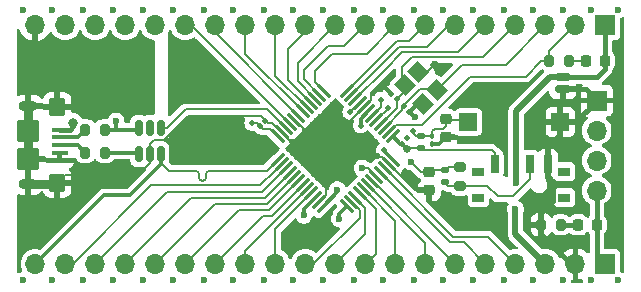
<source format=gtl>
%TF.GenerationSoftware,KiCad,Pcbnew,8.0.6*%
%TF.CreationDate,2025-02-01T08:29:42+02:00*%
%TF.ProjectId,stm32,73746d33-322e-46b6-9963-61645f706362,rev?*%
%TF.SameCoordinates,Original*%
%TF.FileFunction,Copper,L1,Top*%
%TF.FilePolarity,Positive*%
%FSLAX46Y46*%
G04 Gerber Fmt 4.6, Leading zero omitted, Abs format (unit mm)*
G04 Created by KiCad (PCBNEW 8.0.6) date 2025-02-01 08:29:42*
%MOMM*%
%LPD*%
G01*
G04 APERTURE LIST*
G04 Aperture macros list*
%AMRoundRect*
0 Rectangle with rounded corners*
0 $1 Rounding radius*
0 $2 $3 $4 $5 $6 $7 $8 $9 X,Y pos of 4 corners*
0 Add a 4 corners polygon primitive as box body*
4,1,4,$2,$3,$4,$5,$6,$7,$8,$9,$2,$3,0*
0 Add four circle primitives for the rounded corners*
1,1,$1+$1,$2,$3*
1,1,$1+$1,$4,$5*
1,1,$1+$1,$6,$7*
1,1,$1+$1,$8,$9*
0 Add four rect primitives between the rounded corners*
20,1,$1+$1,$2,$3,$4,$5,0*
20,1,$1+$1,$4,$5,$6,$7,0*
20,1,$1+$1,$6,$7,$8,$9,0*
20,1,$1+$1,$8,$9,$2,$3,0*%
%AMRotRect*
0 Rectangle, with rotation*
0 The origin of the aperture is its center*
0 $1 length*
0 $2 width*
0 $3 Rotation angle, in degrees counterclockwise*
0 Add horizontal line*
21,1,$1,$2,0,0,$3*%
G04 Aperture macros list end*
%TA.AperFunction,SMDPad,CuDef*%
%ADD10RoundRect,0.100000X-0.575000X0.100000X-0.575000X-0.100000X0.575000X-0.100000X0.575000X0.100000X0*%
%TD*%
%TA.AperFunction,ComponentPad*%
%ADD11O,1.600000X0.900000*%
%TD*%
%TA.AperFunction,SMDPad,CuDef*%
%ADD12RoundRect,0.250000X-0.450000X0.550000X-0.450000X-0.550000X0.450000X-0.550000X0.450000X0.550000X0*%
%TD*%
%TA.AperFunction,SMDPad,CuDef*%
%ADD13RoundRect,0.250000X-0.700000X0.700000X-0.700000X-0.700000X0.700000X-0.700000X0.700000X0.700000X0*%
%TD*%
%TA.AperFunction,SMDPad,CuDef*%
%ADD14RoundRect,0.165000X-0.475000X0.165000X-0.475000X-0.165000X0.475000X-0.165000X0.475000X0.165000X0*%
%TD*%
%TA.AperFunction,ComponentPad*%
%ADD15R,1.700000X1.700000*%
%TD*%
%TA.AperFunction,ComponentPad*%
%ADD16O,1.700000X1.700000*%
%TD*%
%TA.AperFunction,SMDPad,CuDef*%
%ADD17RoundRect,0.200000X-0.275000X0.200000X-0.275000X-0.200000X0.275000X-0.200000X0.275000X0.200000X0*%
%TD*%
%TA.AperFunction,SMDPad,CuDef*%
%ADD18RoundRect,0.075000X0.415425X0.521491X-0.521491X-0.415425X-0.415425X-0.521491X0.521491X0.415425X0*%
%TD*%
%TA.AperFunction,SMDPad,CuDef*%
%ADD19RoundRect,0.075000X-0.415425X0.521491X-0.521491X0.415425X0.415425X-0.521491X0.521491X-0.415425X0*%
%TD*%
%TA.AperFunction,SMDPad,CuDef*%
%ADD20RotRect,1.400000X1.200000X315.000000*%
%TD*%
%TA.AperFunction,SMDPad,CuDef*%
%ADD21R,1.000000X0.800000*%
%TD*%
%TA.AperFunction,SMDPad,CuDef*%
%ADD22R,0.700000X1.500000*%
%TD*%
%TA.AperFunction,SMDPad,CuDef*%
%ADD23RoundRect,0.218750X0.256250X-0.218750X0.256250X0.218750X-0.256250X0.218750X-0.256250X-0.218750X0*%
%TD*%
%TA.AperFunction,SMDPad,CuDef*%
%ADD24RoundRect,0.100000X-0.021213X-0.162635X0.162635X0.021213X0.021213X0.162635X-0.162635X-0.021213X0*%
%TD*%
%TA.AperFunction,SMDPad,CuDef*%
%ADD25RoundRect,0.218750X-0.218750X-0.256250X0.218750X-0.256250X0.218750X0.256250X-0.218750X0.256250X0*%
%TD*%
%TA.AperFunction,SMDPad,CuDef*%
%ADD26RoundRect,0.100000X-0.100000X0.130000X-0.100000X-0.130000X0.100000X-0.130000X0.100000X0.130000X0*%
%TD*%
%TA.AperFunction,SMDPad,CuDef*%
%ADD27RoundRect,0.135000X0.185000X-0.135000X0.185000X0.135000X-0.185000X0.135000X-0.185000X-0.135000X0*%
%TD*%
%TA.AperFunction,SMDPad,CuDef*%
%ADD28RoundRect,0.150000X0.150000X-0.512500X0.150000X0.512500X-0.150000X0.512500X-0.150000X-0.512500X0*%
%TD*%
%TA.AperFunction,SMDPad,CuDef*%
%ADD29RoundRect,0.200000X0.200000X0.275000X-0.200000X0.275000X-0.200000X-0.275000X0.200000X-0.275000X0*%
%TD*%
%TA.AperFunction,SMDPad,CuDef*%
%ADD30RoundRect,0.135000X-0.185000X0.135000X-0.185000X-0.135000X0.185000X-0.135000X0.185000X0.135000X0*%
%TD*%
%TA.AperFunction,SMDPad,CuDef*%
%ADD31R,1.500000X1.500000*%
%TD*%
%TA.AperFunction,SMDPad,CuDef*%
%ADD32RoundRect,0.100000X-0.162635X0.021213X0.021213X-0.162635X0.162635X-0.021213X-0.021213X0.162635X0*%
%TD*%
%TA.AperFunction,SMDPad,CuDef*%
%ADD33RoundRect,0.100000X0.162635X-0.021213X-0.021213X0.162635X-0.162635X0.021213X0.021213X-0.162635X0*%
%TD*%
%TA.AperFunction,SMDPad,CuDef*%
%ADD34RoundRect,0.200000X-0.200000X-0.275000X0.200000X-0.275000X0.200000X0.275000X-0.200000X0.275000X0*%
%TD*%
%TA.AperFunction,ViaPad*%
%ADD35C,0.600000*%
%TD*%
%TA.AperFunction,ViaPad*%
%ADD36C,0.650000*%
%TD*%
%TA.AperFunction,ViaPad*%
%ADD37C,0.500000*%
%TD*%
%TA.AperFunction,ViaPad*%
%ADD38C,0.800000*%
%TD*%
%TA.AperFunction,Conductor*%
%ADD39C,0.200000*%
%TD*%
%TA.AperFunction,Conductor*%
%ADD40C,0.300000*%
%TD*%
%TA.AperFunction,Conductor*%
%ADD41C,0.400000*%
%TD*%
%TA.AperFunction,Conductor*%
%ADD42C,0.800000*%
%TD*%
%TA.AperFunction,Conductor*%
%ADD43C,0.500000*%
%TD*%
G04 APERTURE END LIST*
D10*
%TO.P,J2,1,VBUS*%
%TO.N,+5V*%
X111425000Y-70950000D03*
%TO.P,J2,2,D-*%
%TO.N,Net-(J2-D-)*%
X111425000Y-71600000D03*
%TO.P,J2,3,D+*%
%TO.N,Net-(J2-D+)*%
X111425000Y-72250000D03*
%TO.P,J2,4,ID*%
%TO.N,GND*%
X111425000Y-72900000D03*
%TO.P,J2,5,GND*%
X111425000Y-73550000D03*
D11*
%TO.P,J2,6,Shield*%
X108750000Y-68950000D03*
D12*
X111200000Y-69050000D03*
D13*
X108750000Y-71050000D03*
X108750000Y-73450000D03*
D12*
X111200000Y-75450000D03*
D11*
X108750000Y-75550000D03*
%TD*%
D14*
%TO.P,C7,1*%
%TO.N,+3V3*%
X154000000Y-66460000D03*
%TO.P,C7,2*%
%TO.N,GND*%
X154000000Y-67540000D03*
%TD*%
D15*
%TO.P,J3,1,Pin_1*%
%TO.N,GND*%
X156875000Y-68480000D03*
D16*
%TO.P,J3,2,Pin_2*%
%TO.N,SWCLK*%
X156875000Y-71020000D03*
%TO.P,J3,3,Pin_3*%
%TO.N,SWIO*%
X156875000Y-73560000D03*
%TO.P,J3,4,Pin_4*%
%TO.N,+3V3*%
X156875000Y-76100000D03*
%TD*%
D17*
%TO.P,R2,1*%
%TO.N,BOOT0*%
X145300000Y-74075000D03*
%TO.P,R2,2*%
%TO.N,Net-(SW2-B)*%
X145300000Y-75725000D03*
%TD*%
D18*
%TO.P,U1,1,VBAT*%
%TO.N,+3V3*%
X139637876Y-71521212D03*
%TO.P,U1,2,PC13*%
%TO.N,PC13*%
X139284322Y-71167658D03*
%TO.P,U1,3,PC14*%
%TO.N,PC14*%
X138930769Y-70814105D03*
%TO.P,U1,4,PC15*%
%TO.N,PC15*%
X138577215Y-70460551D03*
%TO.P,U1,5,PD0*%
%TO.N,OSC_IN*%
X138223662Y-70106998D03*
%TO.P,U1,6,PD1*%
%TO.N,OSC_OUT*%
X137870109Y-69753445D03*
%TO.P,U1,7,NRST*%
%TO.N,RESET*%
X137516555Y-69399891D03*
%TO.P,U1,8,VSSA*%
%TO.N,GND*%
X137163002Y-69046338D03*
%TO.P,U1,9,VDDA*%
%TO.N,+3V3*%
X136809449Y-68692785D03*
%TO.P,U1,10,PA0*%
%TO.N,PA0*%
X136455895Y-68339231D03*
%TO.P,U1,11,PA1*%
%TO.N,PA1*%
X136102342Y-67985678D03*
%TO.P,U1,12,PA2*%
%TO.N,PA2*%
X135748788Y-67632124D03*
D19*
%TO.P,U1,13,PA3*%
%TO.N,PA3*%
X133751212Y-67632124D03*
%TO.P,U1,14,PA4*%
%TO.N,PA4*%
X133397658Y-67985678D03*
%TO.P,U1,15,PA5*%
%TO.N,PA5*%
X133044105Y-68339231D03*
%TO.P,U1,16,PA6*%
%TO.N,PA6*%
X132690551Y-68692785D03*
%TO.P,U1,17,PA7*%
%TO.N,PA7*%
X132336998Y-69046338D03*
%TO.P,U1,18,PB0*%
%TO.N,PB0*%
X131983445Y-69399891D03*
%TO.P,U1,19,PB1*%
%TO.N,PB1*%
X131629891Y-69753445D03*
%TO.P,U1,20,PB2*%
%TO.N,GND*%
X131276338Y-70106998D03*
%TO.P,U1,21,PB10*%
%TO.N,PB10*%
X130922785Y-70460551D03*
%TO.P,U1,22,PB11*%
%TO.N,PB11*%
X130569231Y-70814105D03*
%TO.P,U1,23,VSS*%
%TO.N,GND*%
X130215678Y-71167658D03*
%TO.P,U1,24,VDD*%
%TO.N,+3V3*%
X129862124Y-71521212D03*
D18*
%TO.P,U1,25,PB12*%
%TO.N,PB12*%
X129862124Y-73518788D03*
%TO.P,U1,26,PB13*%
%TO.N,PB13*%
X130215678Y-73872342D03*
%TO.P,U1,27,PB14*%
%TO.N,PB14*%
X130569231Y-74225895D03*
%TO.P,U1,28,PB15*%
%TO.N,PB15*%
X130922785Y-74579449D03*
%TO.P,U1,29,PA8*%
%TO.N,PA8*%
X131276338Y-74933002D03*
%TO.P,U1,30,PA9*%
%TO.N,PA9*%
X131629891Y-75286555D03*
%TO.P,U1,31,PA10*%
%TO.N,PA10*%
X131983445Y-75640109D03*
%TO.P,U1,32,PA11*%
%TO.N,PA11*%
X132336998Y-75993662D03*
%TO.P,U1,33,PA12*%
%TO.N,PA12*%
X132690551Y-76347215D03*
%TO.P,U1,34,PA13*%
%TO.N,SWIO*%
X133044105Y-76700769D03*
%TO.P,U1,35,VSS*%
%TO.N,GND*%
X133397658Y-77054322D03*
%TO.P,U1,36,VDD*%
%TO.N,+3V3*%
X133751212Y-77407876D03*
D19*
%TO.P,U1,37,PA14*%
%TO.N,SWCLK*%
X135748788Y-77407876D03*
%TO.P,U1,38,PA15*%
%TO.N,PA15*%
X136102342Y-77054322D03*
%TO.P,U1,39,PB3*%
%TO.N,PB3*%
X136455895Y-76700769D03*
%TO.P,U1,40,PB4*%
%TO.N,PB4*%
X136809449Y-76347215D03*
%TO.P,U1,41,PB5*%
%TO.N,PB5*%
X137163002Y-75993662D03*
%TO.P,U1,42,PB6*%
%TO.N,PB6*%
X137516555Y-75640109D03*
%TO.P,U1,43,PB7*%
%TO.N,PB7*%
X137870109Y-75286555D03*
%TO.P,U1,44,BOOT0*%
%TO.N,BOOT0*%
X138223662Y-74933002D03*
%TO.P,U1,45,PB8*%
%TO.N,PB8*%
X138577215Y-74579449D03*
%TO.P,U1,46,PB9*%
%TO.N,PB9*%
X138930769Y-74225895D03*
%TO.P,U1,47,VSS*%
%TO.N,GND*%
X139284322Y-73872342D03*
%TO.P,U1,48,VDD*%
%TO.N,+3V3*%
X139637876Y-73518788D03*
%TD*%
D20*
%TO.P,Y2,1,1*%
%TO.N,PC15*%
X140656497Y-67187868D03*
%TO.P,Y2,2,2*%
%TO.N,GND*%
X142212132Y-68743503D03*
%TO.P,Y2,3,3*%
%TO.N,PC14*%
X143343503Y-67612132D03*
%TO.P,Y2,4,4*%
%TO.N,GND*%
X141787868Y-66056497D03*
%TD*%
D21*
%TO.P,SW2,*%
%TO.N,*%
X146850000Y-74490000D03*
X146850000Y-76700000D03*
X154150000Y-74490000D03*
X154150000Y-76700000D03*
D22*
%TO.P,SW2,1,A*%
%TO.N,+3V3*%
X148250000Y-73840000D03*
%TO.P,SW2,2,B*%
%TO.N,Net-(SW2-B)*%
X151250000Y-73840000D03*
%TO.P,SW2,3,C*%
%TO.N,GND*%
X152750000Y-73840000D03*
%TD*%
D23*
%TO.P,D4,1,A1*%
%TO.N,GND*%
X144100000Y-71587500D03*
%TO.P,D4,2,A2*%
%TO.N,RESET*%
X144100000Y-70012500D03*
%TD*%
D24*
%TO.P,C20,1*%
%TO.N,+3V3*%
X128373726Y-70626274D03*
%TO.P,C20,2*%
%TO.N,GND*%
X128826274Y-70173726D03*
%TD*%
D25*
%TO.P,D2,1,K*%
%TO.N,Net-(D2-K)*%
X156012500Y-65100000D03*
%TO.P,D2,2,A*%
%TO.N,+3V3*%
X157587500Y-65100000D03*
%TD*%
D26*
%TO.P,C1,1*%
%TO.N,RESET*%
X142900000Y-71480000D03*
%TO.P,C1,2*%
%TO.N,GND*%
X142900000Y-72120000D03*
%TD*%
D27*
%TO.P,R1,1*%
%TO.N,+3V3*%
X142000000Y-72510000D03*
%TO.P,R1,2*%
%TO.N,RESET*%
X142000000Y-71490000D03*
%TD*%
D28*
%TO.P,U3,1,I/O1*%
%TO.N,USB_IN+*%
X118100000Y-73037500D03*
%TO.P,U3,2,GND*%
%TO.N,GND*%
X119050000Y-73037500D03*
%TO.P,U3,3,I/O2*%
%TO.N,PB12*%
X120000000Y-73037500D03*
%TO.P,U3,4,I/O2*%
%TO.N,PB11*%
X120000000Y-70762500D03*
%TO.P,U3,5,VBUS*%
%TO.N,unconnected-(U3-VBUS-Pad5)*%
X119050000Y-70762500D03*
%TO.P,U3,6,I/O1*%
%TO.N,USB_IN-*%
X118100000Y-70762500D03*
%TD*%
D29*
%TO.P,R4,1*%
%TO.N,Net-(D1-K)*%
X153825000Y-79000000D03*
%TO.P,R4,2*%
%TO.N,GND*%
X152175000Y-79000000D03*
%TD*%
D30*
%TO.P,R2,1*%
%TO.N,BOOT0*%
X144000000Y-74390000D03*
%TO.P,R2,2*%
%TO.N,Net-(SW2-B)*%
X144000000Y-75410000D03*
%TD*%
D31*
%TO.P,SW1,1,1*%
%TO.N,GND*%
X153800000Y-70300000D03*
%TO.P,SW1,2,2*%
%TO.N,RESET*%
X146000000Y-70300000D03*
%TD*%
D32*
%TO.P,C15,1*%
%TO.N,GND*%
X139500000Y-67900000D03*
%TO.P,C15,2*%
%TO.N,PC15*%
X139952548Y-68352548D03*
%TD*%
D33*
%TO.P,C14,1*%
%TO.N,GND*%
X141026274Y-69426274D03*
%TO.P,C14,2*%
%TO.N,PC14*%
X140573726Y-68973726D03*
%TD*%
D25*
%TO.P,D1,1,K*%
%TO.N,Net-(D1-K)*%
X155312500Y-79000000D03*
%TO.P,D1,2,A*%
%TO.N,+3V3*%
X156887500Y-79000000D03*
%TD*%
D34*
%TO.P,R7,1*%
%TO.N,Net-(J2-D-)*%
X113575000Y-70950000D03*
%TO.P,R7,2*%
%TO.N,USB_IN-*%
X115225000Y-70950000D03*
%TD*%
%TO.P,R6,1*%
%TO.N,Net-(J2-D+)*%
X113575000Y-72900000D03*
%TO.P,R6,2*%
%TO.N,USB_IN+*%
X115225000Y-72900000D03*
%TD*%
D23*
%TO.P,D3,1,A1*%
%TO.N,GND*%
X142700000Y-76087500D03*
%TO.P,D3,2,A2*%
%TO.N,BOOT0*%
X142700000Y-74512500D03*
%TD*%
D24*
%TO.P,C19,1*%
%TO.N,+3V3*%
X140373726Y-72126274D03*
%TO.P,C19,2*%
%TO.N,GND*%
X140826274Y-71673726D03*
%TD*%
D29*
%TO.P,R5,1*%
%TO.N,Net-(D2-K)*%
X154525000Y-65100000D03*
%TO.P,R5,2*%
%TO.N,PC13*%
X152875000Y-65100000D03*
%TD*%
D15*
%TO.P,J4,1,Pin_1*%
%TO.N,+3V3*%
X157620000Y-82300000D03*
D16*
%TO.P,J4,2,Pin_2*%
%TO.N,GND*%
X155080000Y-82300000D03*
%TO.P,J4,3,Pin_3*%
%TO.N,+3V3*%
X152540000Y-82300000D03*
%TO.P,J4,4,Pin_4*%
%TO.N,PB9*%
X150000000Y-82300000D03*
%TO.P,J4,5,Pin_5*%
%TO.N,PB8*%
X147460000Y-82300000D03*
%TO.P,J4,6,Pin_6*%
%TO.N,PB7*%
X144920000Y-82300000D03*
%TO.P,J4,7,Pin_7*%
%TO.N,PB6*%
X142380000Y-82300000D03*
%TO.P,J4,8,Pin_8*%
%TO.N,PB5*%
X139840000Y-82300000D03*
%TO.P,J4,9,Pin_9*%
%TO.N,PB4*%
X137300000Y-82300000D03*
%TO.P,J4,10,Pin_10*%
%TO.N,PB3*%
X134760000Y-82300000D03*
%TO.P,J4,11,Pin_11*%
%TO.N,PA15*%
X132220000Y-82300000D03*
%TO.P,J4,12,Pin_12*%
%TO.N,PA12*%
X129680000Y-82300000D03*
%TO.P,J4,13,Pin_13*%
%TO.N,PA11*%
X127140000Y-82300000D03*
%TO.P,J4,14,Pin_14*%
%TO.N,PA10*%
X124600000Y-82300000D03*
%TO.P,J4,15,Pin_15*%
%TO.N,PA9*%
X122060000Y-82300000D03*
%TO.P,J4,16,Pin_16*%
%TO.N,PA8*%
X119520000Y-82300000D03*
%TO.P,J4,17,Pin_17*%
%TO.N,PB15*%
X116980000Y-82300000D03*
%TO.P,J4,18,Pin_18*%
%TO.N,PB14*%
X114440000Y-82300000D03*
%TO.P,J4,19,Pin_19*%
%TO.N,PB13*%
X111900000Y-82300000D03*
%TO.P,J4,20,Pin_20*%
%TO.N,PB12*%
X109360000Y-82300000D03*
%TD*%
D15*
%TO.P,J5,1,Pin_1*%
%TO.N,+3V3*%
X157600000Y-62100000D03*
D16*
%TO.P,J5,2,Pin_2*%
%TO.N,PC13*%
X155060000Y-62100000D03*
%TO.P,J5,3,Pin_3*%
%TO.N,PC14*%
X152520000Y-62100000D03*
%TO.P,J5,4,Pin_4*%
%TO.N,PC15*%
X149980000Y-62100000D03*
%TO.P,J5,5,Pin_5*%
%TO.N,PA0*%
X147440000Y-62100000D03*
%TO.P,J5,6,Pin_6*%
%TO.N,PA1*%
X144900000Y-62100000D03*
%TO.P,J5,7,Pin_7*%
%TO.N,PA2*%
X142360000Y-62100000D03*
%TO.P,J5,8,Pin_8*%
%TO.N,PA3*%
X139820000Y-62100000D03*
%TO.P,J5,9,Pin_9*%
%TO.N,PA4*%
X137280000Y-62100000D03*
%TO.P,J5,10,Pin_10*%
%TO.N,PA5*%
X134740000Y-62100000D03*
%TO.P,J5,11,Pin_11*%
%TO.N,PA6*%
X132200000Y-62100000D03*
%TO.P,J5,12,Pin_12*%
%TO.N,PA7*%
X129660000Y-62100000D03*
%TO.P,J5,13,Pin_13*%
%TO.N,PB0*%
X127120000Y-62100000D03*
%TO.P,J5,14,Pin_14*%
%TO.N,PB1*%
X124580000Y-62100000D03*
%TO.P,J5,15,Pin_15*%
%TO.N,PB10*%
X122040000Y-62100000D03*
%TO.P,J5,16,Pin_16*%
%TO.N,PB11*%
X119500000Y-62100000D03*
%TO.P,J5,17,Pin_17*%
%TO.N,RESET*%
X116960000Y-62100000D03*
%TO.P,J5,18,Pin_18*%
%TO.N,+3V3*%
X114420000Y-62100000D03*
%TO.P,J5,19,Pin_19*%
%TO.N,+5V*%
X111880000Y-62100000D03*
%TO.P,J5,20,Pin_20*%
%TO.N,GND*%
X109340000Y-62100000D03*
%TD*%
D35*
%TO.N,*%
X156400000Y-83700000D03*
X143900000Y-60800000D03*
X156400000Y-60800000D03*
X110800000Y-60800000D03*
X146400000Y-83700000D03*
X118500000Y-60800000D03*
X128700000Y-83700000D03*
X110800000Y-83700000D03*
X158700000Y-60800000D03*
X138800000Y-60800000D03*
X108300000Y-83700000D03*
X138800000Y-83700000D03*
X131200000Y-60800000D03*
X113400000Y-83700000D03*
X115900000Y-83700000D03*
X158700000Y-83700000D03*
X151500000Y-60800000D03*
X126100000Y-60800000D03*
X123600000Y-60800000D03*
X136300000Y-60800000D03*
X149000000Y-83700000D03*
X126100000Y-83700000D03*
X133700000Y-60800000D03*
X123600000Y-83700000D03*
X149000000Y-60800000D03*
X143900000Y-83700000D03*
X146400000Y-60800000D03*
X108300000Y-60800000D03*
X121000000Y-60800000D03*
X131200000Y-83700000D03*
X128700000Y-60800000D03*
X121000000Y-83700000D03*
X113400000Y-60800000D03*
X154000000Y-60800000D03*
X154000000Y-83700000D03*
X151500000Y-83700000D03*
X141400000Y-60800000D03*
X118500000Y-83700000D03*
X115900000Y-60800000D03*
X133700000Y-83700000D03*
X141400000Y-83700000D03*
%TO.N,GND*%
X143200000Y-65400000D03*
X111300000Y-77800000D03*
X124250000Y-67750000D03*
X124250000Y-65750000D03*
X141500000Y-69900000D03*
X133100000Y-71000000D03*
D36*
X145600000Y-78300000D03*
D35*
X117300000Y-63900000D03*
X121750000Y-67750000D03*
X108900000Y-66900000D03*
D36*
X144500000Y-77400000D03*
D35*
X135900000Y-73700000D03*
X135700000Y-71500000D03*
X118800000Y-65300000D03*
X108900000Y-79800000D03*
X136300000Y-83700000D03*
D36*
X147800000Y-78400000D03*
D35*
X138274374Y-73180786D03*
X108900000Y-77800000D03*
X111300000Y-64900000D03*
X121750000Y-65750000D03*
X132900000Y-73900000D03*
X118100000Y-64600000D03*
X111300000Y-66900000D03*
X108900000Y-64900000D03*
X126250000Y-67750000D03*
D37*
%TO.N,RESET*%
X141350000Y-71100000D03*
X136900000Y-70600000D03*
D38*
%TO.N,+5V*%
X112550000Y-70350000D03*
D37*
%TO.N,OSC_IN*%
X139171779Y-69088169D03*
%TO.N,OSC_OUT*%
X138600000Y-68400000D03*
D35*
%TO.N,SWCLK*%
X135100000Y-78500000D03*
%TO.N,SWIO*%
X132100000Y-78200000D03*
%TO.N,BOOT0*%
X137000000Y-74200000D03*
X141115380Y-73665380D03*
D37*
%TO.N,+3V3*%
X127700000Y-70400000D03*
D35*
X150000000Y-77650000D03*
D36*
X140800000Y-72600000D03*
D37*
X136000000Y-69450000D03*
D35*
X150025735Y-75425735D03*
D37*
X138850000Y-72700000D03*
D35*
X134926274Y-76026274D03*
%TO.N,USB_IN-*%
X116190000Y-70210000D03*
%TD*%
D39*
%TO.N,GND*%
X118050000Y-74800000D02*
X111850000Y-74800000D01*
D40*
X142212132Y-68743503D02*
X141709045Y-68743503D01*
D39*
X133100000Y-73200000D02*
X133100000Y-71000000D01*
D41*
X155935000Y-67540000D02*
X156875000Y-68480000D01*
D39*
X120265552Y-71800000D02*
X122265552Y-69800000D01*
X142700000Y-76087500D02*
X141499480Y-76087500D01*
D41*
X154000000Y-67540000D02*
X155935000Y-67540000D01*
D39*
X138661980Y-73250000D02*
X138343588Y-73250000D01*
X129026274Y-70373726D02*
X129421746Y-70373726D01*
X139500000Y-67900000D02*
X139100000Y-67500000D01*
D41*
X153200000Y-77000000D02*
X152175000Y-78025000D01*
D39*
X135280786Y-73180786D02*
X133100000Y-71000000D01*
X119050000Y-73037500D02*
X119050000Y-73800000D01*
X131276338Y-70106998D02*
X132169340Y-71000000D01*
X131400000Y-71800000D02*
X132184670Y-71015330D01*
X137800000Y-68409340D02*
X137163002Y-69046338D01*
D41*
X153800000Y-70300000D02*
X155055000Y-70300000D01*
D39*
X138400000Y-67500000D02*
X137800000Y-68100000D01*
D41*
X153200000Y-75350000D02*
X153200000Y-77000000D01*
D39*
X139100000Y-67500000D02*
X138400000Y-67500000D01*
X142543503Y-66056497D02*
X143200000Y-65400000D01*
X133100000Y-71000000D02*
X135227818Y-71000000D01*
X137163002Y-69064816D02*
X137163002Y-69046338D01*
X119050000Y-72150000D02*
X119400000Y-71800000D01*
D40*
X142900000Y-72120000D02*
X143567500Y-72120000D01*
D39*
X138343588Y-73250000D02*
X138274374Y-73180786D01*
D40*
X143567500Y-72120000D02*
X144100000Y-71587500D01*
D42*
X108750000Y-71050000D02*
X108750000Y-73450000D01*
D41*
X154700000Y-82300000D02*
X155080000Y-82300000D01*
D39*
X119050000Y-73037500D02*
X119050000Y-72150000D01*
D41*
X152750000Y-73840000D02*
X152750000Y-72350000D01*
D39*
X141787868Y-66056497D02*
X142543503Y-66056497D01*
X133942066Y-74042066D02*
X133100000Y-73200000D01*
D41*
X152175000Y-78025000D02*
X152175000Y-79000000D01*
X155055000Y-70300000D02*
X156875000Y-68480000D01*
D39*
X132184670Y-71015330D02*
X131276338Y-70106998D01*
D42*
X111100000Y-75550000D02*
X111200000Y-75450000D01*
D41*
X153800000Y-71300000D02*
X153800000Y-70300000D01*
D39*
X130848020Y-71800000D02*
X131400000Y-71800000D01*
X119050000Y-73800000D02*
X118050000Y-74800000D01*
X133397658Y-77054322D02*
X133942066Y-76509914D01*
D41*
X152750000Y-72350000D02*
X153800000Y-71300000D01*
X152175000Y-79775000D02*
X154700000Y-82300000D01*
D39*
X111850000Y-74800000D02*
X111200000Y-75450000D01*
D42*
X108750000Y-75550000D02*
X111100000Y-75550000D01*
X108750000Y-71050000D02*
X108750000Y-68950000D01*
D39*
X122265552Y-69800000D02*
X128452548Y-69800000D01*
D40*
X141709045Y-68743503D02*
X141026274Y-69426274D01*
D41*
X152175000Y-79000000D02*
X152175000Y-79775000D01*
D39*
X128452548Y-69800000D02*
X129026274Y-70373726D01*
D40*
X141026274Y-69426274D02*
X141500000Y-69900000D01*
D39*
X137800000Y-68100000D02*
X137800000Y-68409340D01*
X132169340Y-71000000D02*
X133100000Y-71000000D01*
D41*
X108750000Y-73450000D02*
X108750000Y-75550000D01*
D39*
X138274374Y-73180786D02*
X135280786Y-73180786D01*
D41*
X152750000Y-74900000D02*
X153200000Y-75350000D01*
D39*
X141499480Y-76087500D02*
X139284322Y-73872342D01*
X129421746Y-70373726D02*
X130215678Y-71167658D01*
X139284322Y-73872342D02*
X138661980Y-73250000D01*
D41*
X152750000Y-74900000D02*
X152750000Y-73840000D01*
D39*
X135227818Y-71000000D02*
X137163002Y-69064816D01*
X119400000Y-71800000D02*
X120265552Y-71800000D01*
X133942066Y-76509914D02*
X133942066Y-74042066D01*
X130215678Y-71167658D02*
X130848020Y-71800000D01*
%TO.N,RESET*%
X142010000Y-71480000D02*
X142000000Y-71490000D01*
X145800000Y-70100000D02*
X144187500Y-70100000D01*
X144100000Y-70012500D02*
X144100000Y-70600000D01*
X144187500Y-70100000D02*
X144100000Y-70012500D01*
X142900000Y-71100000D02*
X142900000Y-71480000D01*
X143150000Y-70850000D02*
X142900000Y-71100000D01*
X144100000Y-70600000D02*
X143850000Y-70850000D01*
X143850000Y-70850000D02*
X143150000Y-70850000D01*
X146000000Y-70300000D02*
X145800000Y-70100000D01*
X141590000Y-71490000D02*
X141350000Y-71250000D01*
D40*
X136900000Y-70016446D02*
X137516555Y-69399891D01*
D39*
X142900000Y-71480000D02*
X142010000Y-71480000D01*
X142000000Y-71490000D02*
X141590000Y-71490000D01*
X141350000Y-71250000D02*
X141350000Y-71100000D01*
D40*
X136900000Y-70600000D02*
X136900000Y-70016446D01*
D41*
%TO.N,+5V*%
X112550000Y-70650000D02*
X112250000Y-70950000D01*
X112250000Y-70950000D02*
X111425000Y-70950000D01*
X112550000Y-70350000D02*
X112550000Y-70650000D01*
D39*
%TO.N,OSC_IN*%
X139171779Y-69088169D02*
X139171779Y-69158881D01*
X139171779Y-69158881D02*
X138223662Y-70106998D01*
%TO.N,OSC_OUT*%
X138629974Y-68993580D02*
X137870109Y-69753445D01*
X138600000Y-68400000D02*
X138629974Y-68429974D01*
X138629974Y-68429974D02*
X138629974Y-68993580D01*
%TO.N,PC14*%
X143231371Y-67500000D02*
X143343503Y-67612132D01*
X140573726Y-68826274D02*
X141900000Y-67500000D01*
X140432305Y-69115147D02*
X140432305Y-69312569D01*
X141900000Y-67500000D02*
X143231371Y-67500000D01*
X143343503Y-67612132D02*
X143343503Y-67556497D01*
X140432305Y-69312569D02*
X138930769Y-70814105D01*
X143343503Y-67556497D02*
X145450000Y-65450000D01*
X140573726Y-68973726D02*
X140432305Y-69115147D01*
X145450000Y-65450000D02*
X149170000Y-65450000D01*
X140573726Y-68973726D02*
X140573726Y-68826274D01*
X149170000Y-65450000D02*
X152520000Y-62100000D01*
%TO.N,PC15*%
X140400000Y-66931371D02*
X140656497Y-67187868D01*
X140656497Y-67187868D02*
X140656497Y-67648599D01*
X147280000Y-64800000D02*
X141200000Y-64800000D01*
X141200000Y-64800000D02*
X140400000Y-65600000D01*
X140400000Y-65600000D02*
X140400000Y-66931371D01*
X149980000Y-62100000D02*
X147280000Y-64800000D01*
X139952548Y-68352548D02*
X139952548Y-69085218D01*
X140656497Y-67648599D02*
X139952548Y-68352548D01*
X139952548Y-69085218D02*
X138577215Y-70460551D01*
D41*
%TO.N,Net-(D1-K)*%
X155312500Y-79000000D02*
X153825000Y-79000000D01*
D39*
%TO.N,Net-(D2-K)*%
X154525000Y-65100000D02*
X156012500Y-65100000D01*
D40*
%TO.N,Net-(J2-D+)*%
X111425000Y-72250000D02*
X112925000Y-72250000D01*
X112925000Y-72250000D02*
X113575000Y-72900000D01*
%TO.N,Net-(J2-D-)*%
X111425000Y-71600000D02*
X112925000Y-71600000D01*
X112925000Y-71600000D02*
X113575000Y-70950000D01*
%TO.N,SWCLK*%
X135100000Y-78500000D02*
X135100000Y-78056664D01*
X135100000Y-78056664D02*
X135748788Y-77407876D01*
%TO.N,SWIO*%
X132100000Y-78200000D02*
X132100000Y-77644874D01*
X132100000Y-77644874D02*
X133044105Y-76700769D01*
D39*
%TO.N,PB9*%
X147700000Y-80000000D02*
X150000000Y-82300000D01*
X144704874Y-80000000D02*
X147700000Y-80000000D01*
X138930769Y-74225895D02*
X144704874Y-80000000D01*
%TO.N,PA8*%
X119520000Y-82300000D02*
X124570000Y-77250000D01*
X128959340Y-77250000D02*
X131276338Y-74933002D01*
X124570000Y-77250000D02*
X128959340Y-77250000D01*
%TO.N,PB13*%
X119150000Y-75650000D02*
X112500000Y-82300000D01*
X129600000Y-74450000D02*
X128400000Y-75650000D01*
X112500000Y-82300000D02*
X111900000Y-82300000D01*
X128400000Y-75650000D02*
X119150000Y-75650000D01*
X129638020Y-74450000D02*
X129600000Y-74450000D01*
X130215678Y-73872342D02*
X129638020Y-74450000D01*
%TO.N,PB8*%
X144443654Y-80445888D02*
X145605888Y-80445888D01*
X145605888Y-80445888D02*
X147460000Y-82300000D01*
X138577215Y-74579449D02*
X144443654Y-80445888D01*
%TO.N,PA9*%
X122060000Y-82300000D02*
X126610000Y-77750000D01*
X129166446Y-77750000D02*
X131629891Y-75286555D01*
X126610000Y-77750000D02*
X129166446Y-77750000D01*
%TO.N,PB6*%
X142380000Y-80503554D02*
X142380000Y-82300000D01*
X137516555Y-75640109D02*
X142380000Y-80503554D01*
%TO.N,PA12*%
X129680000Y-79357766D02*
X132690551Y-76347215D01*
X129680000Y-82300000D02*
X129680000Y-79357766D01*
%TO.N,PA11*%
X127140000Y-82300000D02*
X127140000Y-81190660D01*
X127140000Y-81190660D02*
X132336998Y-75993662D01*
%TO.N,PB12*%
X122840671Y-74450000D02*
X122781972Y-74450000D01*
D40*
X120000000Y-73600000D02*
X120000000Y-73037500D01*
D39*
X129862124Y-73518788D02*
X128930912Y-74450000D01*
X122960671Y-74450000D02*
X122840671Y-74450000D01*
D40*
X115160000Y-76500000D02*
X117350000Y-76500000D01*
D39*
X122781972Y-74450000D02*
X120650000Y-74450000D01*
X120650000Y-74450000D02*
X120000000Y-73800000D01*
X128930912Y-74450000D02*
X124040671Y-74450000D01*
X123200671Y-75010000D02*
X123200671Y-74690000D01*
X120000000Y-73800000D02*
X120000000Y-73600000D01*
X123800671Y-74690000D02*
X123800671Y-75010000D01*
X123560671Y-75250000D02*
X123440671Y-75250000D01*
D40*
X109360000Y-82300000D02*
X115160000Y-76500000D01*
X120000000Y-73850000D02*
X120000000Y-73600000D01*
X117350000Y-76500000D02*
X120000000Y-73850000D01*
D39*
X124040671Y-74450000D02*
G75*
G03*
X123800700Y-74690000I29J-240000D01*
G01*
X123800671Y-75010000D02*
G75*
G02*
X123560671Y-75249971I-239971J0D01*
G01*
X123440671Y-75250000D02*
G75*
G02*
X123200700Y-75010000I29J240000D01*
G01*
X123200671Y-74690000D02*
G75*
G03*
X122960671Y-74450029I-239971J0D01*
G01*
%TO.N,PB3*%
X137300000Y-77544874D02*
X137300000Y-79760000D01*
X137300000Y-79760000D02*
X134760000Y-82300000D01*
X136455895Y-76700769D02*
X137300000Y-77544874D01*
%TO.N,PA15*%
X136800000Y-77751980D02*
X136800000Y-78400000D01*
X136800000Y-78400000D02*
X132900000Y-82300000D01*
X136102342Y-77054322D02*
X136800000Y-77751980D01*
X132900000Y-82300000D02*
X132220000Y-82300000D01*
%TO.N,PB15*%
X122530000Y-76750000D02*
X128752234Y-76750000D01*
X128752234Y-76750000D02*
X130922785Y-74579449D01*
X116980000Y-82300000D02*
X122530000Y-76750000D01*
%TO.N,PB7*%
X137870109Y-75286555D02*
X137906555Y-75286555D01*
X137906555Y-75286555D02*
X144920000Y-82300000D01*
%TO.N,PB4*%
X138150000Y-77687766D02*
X138150000Y-81450000D01*
X136809449Y-76347215D02*
X138150000Y-77687766D01*
X138150000Y-81450000D02*
X137300000Y-82300000D01*
%TO.N,PB5*%
X137163002Y-75993662D02*
X139840000Y-78670660D01*
X139840000Y-78670660D02*
X139840000Y-82300000D01*
%TO.N,PA10*%
X124600000Y-82300000D02*
X128650000Y-78250000D01*
X129373554Y-78250000D02*
X131983445Y-75640109D01*
X128650000Y-78250000D02*
X129373554Y-78250000D01*
%TO.N,PB14*%
X128545126Y-76250000D02*
X130569231Y-74225895D01*
X114440000Y-82300000D02*
X120490000Y-76250000D01*
X120490000Y-76250000D02*
X128545126Y-76250000D01*
%TO.N,PA0*%
X140400000Y-64400000D02*
X145140000Y-64400000D01*
X138938480Y-65861520D02*
X140400000Y-64400000D01*
X136455895Y-68339231D02*
X138933606Y-65861520D01*
X138933606Y-65861520D02*
X138938480Y-65861520D01*
X145140000Y-64400000D02*
X147440000Y-62100000D01*
%TO.N,PA5*%
X131550000Y-66845126D02*
X131550000Y-65290000D01*
X131550000Y-65290000D02*
X134740000Y-62100000D01*
X133044105Y-68339231D02*
X131550000Y-66845126D01*
%TO.N,PB1*%
X131629891Y-69753445D02*
X124580000Y-62703554D01*
X124580000Y-62703554D02*
X124580000Y-62100000D01*
%TO.N,PA4*%
X135450000Y-63900000D02*
X137250000Y-62100000D01*
X137250000Y-62100000D02*
X137280000Y-62100000D01*
X133397658Y-67985678D02*
X132100000Y-66688020D01*
X132100000Y-65900000D02*
X134100000Y-63900000D01*
X132100000Y-66688020D02*
X132100000Y-65900000D01*
X134100000Y-63900000D02*
X135450000Y-63900000D01*
%TO.N,PB0*%
X127120000Y-64536446D02*
X127120000Y-62100000D01*
X131983445Y-69399891D02*
X127120000Y-64536446D01*
%TO.N,PA1*%
X140150000Y-63950000D02*
X142550000Y-63950000D01*
X142550000Y-63950000D02*
X144400000Y-62100000D01*
X136658730Y-67441270D02*
X140150000Y-63950000D01*
X136646750Y-67441270D02*
X136658730Y-67441270D01*
X136102342Y-67985678D02*
X136646750Y-67441270D01*
X144400000Y-62100000D02*
X144900000Y-62100000D01*
%TO.N,PA3*%
X133751212Y-67632124D02*
X133050000Y-66930912D01*
X133050000Y-66930912D02*
X133050000Y-65950000D01*
X137420000Y-64500000D02*
X139820000Y-62100000D01*
X133050000Y-65950000D02*
X134500000Y-64500000D01*
X134500000Y-64500000D02*
X137420000Y-64500000D01*
%TO.N,PA6*%
X130700000Y-64150000D02*
X132200000Y-62650000D01*
X132200000Y-62650000D02*
X132200000Y-62100000D01*
X132690551Y-68692785D02*
X130700000Y-66702234D01*
X130700000Y-66702234D02*
X130700000Y-64150000D01*
%TO.N,PB10*%
X130922785Y-70460551D02*
X122562234Y-62100000D01*
X122562234Y-62100000D02*
X122040000Y-62100000D01*
%TO.N,PA7*%
X132336998Y-69046338D02*
X129660000Y-66369340D01*
X129660000Y-66369340D02*
X129660000Y-62100000D01*
%TO.N,PB11*%
X122100000Y-69200000D02*
X128955126Y-69200000D01*
X128955126Y-69200000D02*
X130569231Y-70814105D01*
X120000000Y-70762500D02*
X120537500Y-70762500D01*
X120537500Y-70762500D02*
X122100000Y-69200000D01*
%TO.N,PA2*%
X139930912Y-63450000D02*
X141010000Y-63450000D01*
X141010000Y-63450000D02*
X142360000Y-62100000D01*
X135748788Y-67632124D02*
X139930912Y-63450000D01*
%TO.N,PC13*%
X139901980Y-70550000D02*
X139284322Y-71167658D01*
X155060000Y-62100000D02*
X152875000Y-64285000D01*
X152200000Y-65100000D02*
X150850000Y-66450000D01*
X142050000Y-70550000D02*
X139901980Y-70550000D01*
X150850000Y-66450000D02*
X146150000Y-66450000D01*
X152875000Y-65100000D02*
X152200000Y-65100000D01*
X152875000Y-64285000D02*
X152875000Y-65100000D01*
X146150000Y-66450000D02*
X142050000Y-70550000D01*
%TO.N,BOOT0*%
X137000000Y-74200000D02*
X137490660Y-74200000D01*
X145300000Y-74075000D02*
X144315000Y-74075000D01*
X141115380Y-73665380D02*
X141962500Y-74512500D01*
X137490660Y-74200000D02*
X138223662Y-74933002D01*
X142822500Y-74390000D02*
X142700000Y-74512500D01*
X144000000Y-74390000D02*
X142822500Y-74390000D01*
X144315000Y-74075000D02*
X144000000Y-74390000D01*
X141962500Y-74512500D02*
X142700000Y-74512500D01*
%TO.N,+3V3*%
X136757215Y-68692785D02*
X136000000Y-69450000D01*
X142140000Y-72650000D02*
X142000000Y-72510000D01*
D40*
X134926274Y-76026274D02*
X134926274Y-76232814D01*
D39*
X129862124Y-71521212D02*
X129240912Y-70900000D01*
D40*
X134926274Y-76232814D02*
X133751212Y-77407876D01*
D39*
X147975000Y-72650000D02*
X142140000Y-72650000D01*
D43*
X150000000Y-79760000D02*
X152540000Y-82300000D01*
D41*
X156875000Y-81555000D02*
X157620000Y-82300000D01*
D43*
X150025735Y-75425735D02*
X150050000Y-75401470D01*
D41*
X157600000Y-62100000D02*
X157600000Y-65087500D01*
X157600000Y-65087500D02*
X157587500Y-65100000D01*
D40*
X140373726Y-72126274D02*
X140242938Y-72126274D01*
D43*
X150050000Y-75401470D02*
X150050000Y-69350000D01*
D39*
X148250000Y-72925000D02*
X147975000Y-72650000D01*
D41*
X156875000Y-76100000D02*
X156875000Y-81555000D01*
D39*
X142000000Y-72510000D02*
X140890000Y-72510000D01*
D43*
X152940000Y-66460000D02*
X154000000Y-66460000D01*
X150050000Y-69350000D02*
X152940000Y-66460000D01*
D41*
X154000000Y-66460000D02*
X156940000Y-66460000D01*
D40*
X140800000Y-72552548D02*
X140373726Y-72126274D01*
D39*
X128147452Y-70400000D02*
X127700000Y-70400000D01*
D41*
X157587500Y-65812500D02*
X157587500Y-65100000D01*
D39*
X128647452Y-70900000D02*
X128147452Y-70400000D01*
D40*
X138850000Y-72730912D02*
X139637876Y-73518788D01*
D41*
X156940000Y-66460000D02*
X157587500Y-65812500D01*
D39*
X129240912Y-70900000D02*
X128647452Y-70900000D01*
D40*
X140242938Y-72126274D02*
X139637876Y-71521212D01*
X138850000Y-72700000D02*
X138850000Y-72730912D01*
D39*
X140890000Y-72510000D02*
X140800000Y-72600000D01*
D40*
X140800000Y-72600000D02*
X140800000Y-72552548D01*
D39*
X148250000Y-73840000D02*
X148250000Y-72925000D01*
X136809449Y-68692785D02*
X136757215Y-68692785D01*
D43*
X150000000Y-77650000D02*
X150000000Y-79760000D01*
D39*
%TO.N,Net-(SW2-B)*%
X151250000Y-73840000D02*
X151250000Y-75150000D01*
X151250000Y-75150000D02*
X149800000Y-76600000D01*
X144315000Y-75725000D02*
X144000000Y-75410000D01*
X148500000Y-76600000D02*
X147600000Y-75700000D01*
X149800000Y-76600000D02*
X148500000Y-76600000D01*
X147600000Y-75700000D02*
X145775000Y-75700000D01*
X145300000Y-75725000D02*
X144315000Y-75725000D01*
D40*
%TO.N,USB_IN+*%
X115225000Y-72900000D02*
X117962500Y-72900000D01*
X117962500Y-72900000D02*
X118100000Y-73037500D01*
%TO.N,USB_IN-*%
X115225000Y-70950000D02*
X116300000Y-70950000D01*
X116050000Y-70950000D02*
X115225000Y-70950000D01*
X116200000Y-70800000D02*
X116050000Y-70950000D01*
X117912500Y-70950000D02*
X118100000Y-70762500D01*
X116300000Y-70950000D02*
X117912500Y-70950000D01*
X116190000Y-70210000D02*
X116190000Y-70790000D01*
X116190000Y-70790000D02*
X116200000Y-70800000D01*
%TD*%
%TA.AperFunction,Conductor*%
%TO.N,GND*%
G36*
X155330000Y-83630633D02*
G01*
X155538262Y-83574832D01*
X155608112Y-83576495D01*
X155665974Y-83615658D01*
X155693478Y-83679886D01*
X155694355Y-83694607D01*
X155694355Y-83699998D01*
X155707779Y-83810553D01*
X155696319Y-83879477D01*
X155649415Y-83931263D01*
X155584683Y-83949500D01*
X154815317Y-83949500D01*
X154748278Y-83929815D01*
X154702523Y-83877011D01*
X154692221Y-83810555D01*
X154692221Y-83810553D01*
X154700503Y-83742346D01*
X154728123Y-83678170D01*
X154786057Y-83639113D01*
X154819962Y-83638336D01*
X154830000Y-83630634D01*
X154830000Y-82733012D01*
X154887007Y-82765925D01*
X155014174Y-82800000D01*
X155145826Y-82800000D01*
X155272993Y-82765925D01*
X155330000Y-82733012D01*
X155330000Y-83630633D01*
G37*
%TD.AperFunction*%
%TA.AperFunction,Conductor*%
G36*
X109000000Y-73200000D02*
G01*
X110136341Y-73200000D01*
X110203380Y-73219685D01*
X110249135Y-73272489D01*
X110259280Y-73340186D01*
X110257987Y-73349999D01*
X110257988Y-73350000D01*
X111225000Y-73350000D01*
X111225000Y-72974499D01*
X111244685Y-72907460D01*
X111297489Y-72861705D01*
X111348997Y-72850499D01*
X111501001Y-72850499D01*
X111568039Y-72870184D01*
X111613794Y-72922988D01*
X111625000Y-72974499D01*
X111625000Y-73350000D01*
X112592010Y-73350000D01*
X112600106Y-73340768D01*
X112659108Y-73303343D01*
X112728976Y-73303759D01*
X112787529Y-73341882D01*
X112807896Y-73375073D01*
X112837571Y-73446716D01*
X112850464Y-73477841D01*
X112946718Y-73603282D01*
X113072159Y-73699536D01*
X113218238Y-73760044D01*
X113335639Y-73775500D01*
X113814360Y-73775499D01*
X113814363Y-73775499D01*
X113931753Y-73760046D01*
X113931757Y-73760044D01*
X113931762Y-73760044D01*
X114077841Y-73699536D01*
X114203282Y-73603282D01*
X114299536Y-73477841D01*
X114299535Y-73477841D01*
X114301624Y-73475120D01*
X114358052Y-73433917D01*
X114427798Y-73429762D01*
X114488718Y-73463974D01*
X114498376Y-73475120D01*
X114588906Y-73593102D01*
X114596718Y-73603282D01*
X114722159Y-73699536D01*
X114868238Y-73760044D01*
X114985639Y-73775500D01*
X115464360Y-73775499D01*
X115464363Y-73775499D01*
X115581753Y-73760046D01*
X115581757Y-73760044D01*
X115581762Y-73760044D01*
X115727841Y-73699536D01*
X115853282Y-73603282D01*
X115933290Y-73499012D01*
X115989718Y-73457811D01*
X116031666Y-73450500D01*
X117275500Y-73450500D01*
X117342539Y-73470185D01*
X117388294Y-73522989D01*
X117399500Y-73574500D01*
X117399500Y-73593102D01*
X117404201Y-73632247D01*
X117410122Y-73681561D01*
X117410122Y-73681563D01*
X117410123Y-73681564D01*
X117419110Y-73704354D01*
X117465639Y-73822343D01*
X117557077Y-73942922D01*
X117677656Y-74034360D01*
X117677657Y-74034360D01*
X117677658Y-74034361D01*
X117818436Y-74089877D01*
X117906898Y-74100500D01*
X117906903Y-74100500D01*
X118293097Y-74100500D01*
X118293102Y-74100500D01*
X118381564Y-74089877D01*
X118417786Y-74075592D01*
X118487369Y-74069309D01*
X118526397Y-74084214D01*
X118639802Y-74151282D01*
X118655722Y-74155907D01*
X118714608Y-74193514D01*
X118743815Y-74256986D01*
X118734069Y-74326173D01*
X118708809Y-74362665D01*
X117158294Y-75913181D01*
X117096971Y-75946666D01*
X117070613Y-75949500D01*
X115087525Y-75949500D01*
X114970022Y-75980985D01*
X114970021Y-75980984D01*
X114947517Y-75987015D01*
X114947512Y-75987017D01*
X114821989Y-76059487D01*
X114821984Y-76059491D01*
X109817648Y-81063825D01*
X109756325Y-81097310D01*
X109697874Y-81095919D01*
X109577977Y-81063793D01*
X109360002Y-81044723D01*
X109359998Y-81044723D01*
X109245879Y-81054707D01*
X109142023Y-81063793D01*
X109142020Y-81063793D01*
X108930677Y-81120422D01*
X108930670Y-81120424D01*
X108930670Y-81120425D01*
X108917859Y-81126399D01*
X108732361Y-81212898D01*
X108732357Y-81212900D01*
X108553121Y-81338402D01*
X108398402Y-81493121D01*
X108272900Y-81672357D01*
X108272898Y-81672361D01*
X108180426Y-81870668D01*
X108180422Y-81870677D01*
X108123793Y-82082020D01*
X108123793Y-82082024D01*
X108104723Y-82299997D01*
X108104723Y-82300002D01*
X108123793Y-82517975D01*
X108123793Y-82517979D01*
X108180422Y-82729322D01*
X108180424Y-82729326D01*
X108180425Y-82729330D01*
X108197490Y-82765925D01*
X108233232Y-82842575D01*
X108243724Y-82911653D01*
X108215204Y-82975437D01*
X108156727Y-83013676D01*
X108150525Y-83015377D01*
X108049775Y-83040209D01*
X107982125Y-83075715D01*
X107913617Y-83089439D01*
X107848564Y-83063947D01*
X107807620Y-83007331D01*
X107800500Y-82965918D01*
X107800500Y-76515530D01*
X107820185Y-76448491D01*
X107872989Y-76402736D01*
X107942147Y-76392792D01*
X107971953Y-76400969D01*
X108122894Y-76463491D01*
X108122902Y-76463493D01*
X108306428Y-76499999D01*
X108306431Y-76500000D01*
X108500000Y-76500000D01*
X108500000Y-75800000D01*
X109000000Y-75800000D01*
X109000000Y-76500000D01*
X109193569Y-76500000D01*
X109193571Y-76499999D01*
X109377097Y-76463493D01*
X109377105Y-76463491D01*
X109549991Y-76391880D01*
X109550000Y-76391875D01*
X109705588Y-76287914D01*
X109826107Y-76167395D01*
X109887430Y-76133910D01*
X109957122Y-76138894D01*
X110013056Y-76180765D01*
X110031495Y-76216072D01*
X110065641Y-76319119D01*
X110065643Y-76319124D01*
X110157684Y-76468345D01*
X110281654Y-76592315D01*
X110430875Y-76684356D01*
X110430880Y-76684358D01*
X110597302Y-76739505D01*
X110597309Y-76739506D01*
X110700019Y-76749999D01*
X110949999Y-76749999D01*
X111450000Y-76749999D01*
X111699972Y-76749999D01*
X111699986Y-76749998D01*
X111802697Y-76739505D01*
X111969119Y-76684358D01*
X111969124Y-76684356D01*
X112118345Y-76592315D01*
X112242315Y-76468345D01*
X112334356Y-76319124D01*
X112334358Y-76319119D01*
X112389505Y-76152697D01*
X112389506Y-76152690D01*
X112399999Y-76049986D01*
X112400000Y-76049973D01*
X112400000Y-75700000D01*
X111450000Y-75700000D01*
X111450000Y-76749999D01*
X110949999Y-76749999D01*
X110950000Y-76749998D01*
X110950000Y-75700000D01*
X110093000Y-75700000D01*
X110083023Y-75709976D01*
X110073315Y-75743039D01*
X110020511Y-75788794D01*
X109969000Y-75800000D01*
X109149728Y-75800000D01*
X109241614Y-75761940D01*
X109311940Y-75691614D01*
X109350000Y-75599728D01*
X109350000Y-75500272D01*
X109311940Y-75408386D01*
X109241614Y-75338060D01*
X109149728Y-75300000D01*
X109957000Y-75300000D01*
X109966976Y-75290023D01*
X109976685Y-75256961D01*
X110029489Y-75211206D01*
X110081000Y-75200000D01*
X112399999Y-75200000D01*
X112399999Y-74850028D01*
X112399998Y-74850013D01*
X112389505Y-74747302D01*
X112334358Y-74580880D01*
X112334356Y-74580875D01*
X112242315Y-74431654D01*
X112209073Y-74398412D01*
X112175588Y-74337089D01*
X112180572Y-74267397D01*
X112222444Y-74211464D01*
X112249304Y-74196169D01*
X112302586Y-74174099D01*
X112427924Y-74077924D01*
X112524100Y-73952586D01*
X112584555Y-73806631D01*
X112592012Y-73750000D01*
X110301362Y-73750000D01*
X110234323Y-73730315D01*
X110213681Y-73713681D01*
X110200000Y-73700000D01*
X109000000Y-73700000D01*
X109000000Y-75300000D01*
X108500000Y-75300000D01*
X108500000Y-69200000D01*
X109000000Y-69200000D01*
X109000000Y-73200000D01*
G37*
%TD.AperFunction*%
%TA.AperFunction,Conductor*%
G36*
X159151436Y-61436052D02*
G01*
X159192380Y-61492667D01*
X159199500Y-61534081D01*
X159199500Y-82965918D01*
X159179815Y-83032957D01*
X159127011Y-83078712D01*
X159057853Y-83088656D01*
X159017875Y-83075715D01*
X158943585Y-83036725D01*
X158944206Y-83035541D01*
X158894817Y-82998135D01*
X158870767Y-82932535D01*
X158870499Y-82924382D01*
X158870499Y-81418482D01*
X158864351Y-81379663D01*
X158855646Y-81324696D01*
X158798050Y-81211658D01*
X158798046Y-81211654D01*
X158798045Y-81211652D01*
X158708347Y-81121954D01*
X158708344Y-81121952D01*
X158708342Y-81121950D01*
X158623593Y-81078768D01*
X158595301Y-81064352D01*
X158501524Y-81049500D01*
X158501519Y-81049500D01*
X157599500Y-81049500D01*
X157532461Y-81029815D01*
X157486706Y-80977011D01*
X157475500Y-80925500D01*
X157475500Y-79814115D01*
X157495185Y-79747076D01*
X157511819Y-79726434D01*
X157599438Y-79638814D01*
X157599443Y-79638809D01*
X157679087Y-79504139D01*
X157722737Y-79353892D01*
X157725500Y-79318787D01*
X157725499Y-78681214D01*
X157722737Y-78646108D01*
X157679087Y-78495861D01*
X157603983Y-78368868D01*
X157599445Y-78361194D01*
X157599438Y-78361185D01*
X157511819Y-78273566D01*
X157478334Y-78212243D01*
X157475500Y-78185885D01*
X157475500Y-77270655D01*
X157495185Y-77203616D01*
X157528373Y-77169082D01*
X157681877Y-77061598D01*
X157836598Y-76906877D01*
X157962102Y-76727639D01*
X158054575Y-76529330D01*
X158111207Y-76317977D01*
X158130277Y-76100000D01*
X158130233Y-76099500D01*
X158123225Y-76019392D01*
X158111207Y-75882023D01*
X158054951Y-75672072D01*
X158054577Y-75670677D01*
X158054576Y-75670676D01*
X158054575Y-75670670D01*
X157962102Y-75472362D01*
X157962100Y-75472359D01*
X157962099Y-75472357D01*
X157836599Y-75293124D01*
X157761520Y-75218045D01*
X157681877Y-75138402D01*
X157502639Y-75012898D01*
X157351414Y-74942381D01*
X157298977Y-74896210D01*
X157279825Y-74829016D01*
X157300041Y-74762135D01*
X157351414Y-74717618D01*
X157502639Y-74647102D01*
X157681877Y-74521598D01*
X157836598Y-74366877D01*
X157962102Y-74187639D01*
X158054575Y-73989330D01*
X158111207Y-73777977D01*
X158128576Y-73579440D01*
X158130277Y-73560002D01*
X158130277Y-73559997D01*
X158126569Y-73517618D01*
X158111207Y-73342023D01*
X158060517Y-73152847D01*
X158054577Y-73130677D01*
X158054576Y-73130676D01*
X158054575Y-73130670D01*
X157962102Y-72932362D01*
X157962100Y-72932359D01*
X157962099Y-72932357D01*
X157836599Y-72753124D01*
X157760135Y-72676660D01*
X157681877Y-72598402D01*
X157502639Y-72472898D01*
X157351414Y-72402381D01*
X157298977Y-72356210D01*
X157279825Y-72289016D01*
X157300041Y-72222135D01*
X157351414Y-72177618D01*
X157502639Y-72107102D01*
X157681877Y-71981598D01*
X157836598Y-71826877D01*
X157962102Y-71647639D01*
X158054575Y-71449330D01*
X158111207Y-71237977D01*
X158128347Y-71042064D01*
X158130277Y-71020002D01*
X158130277Y-71019997D01*
X158123149Y-70938526D01*
X158111207Y-70802023D01*
X158054575Y-70590670D01*
X157962102Y-70392362D01*
X157962100Y-70392359D01*
X157962099Y-70392357D01*
X157836599Y-70213124D01*
X157773938Y-70150463D01*
X157681877Y-70058402D01*
X157677835Y-70055572D01*
X157634213Y-70000997D01*
X157627021Y-69931498D01*
X157658544Y-69869144D01*
X157718774Y-69833731D01*
X157748962Y-69830000D01*
X157772828Y-69830000D01*
X157772844Y-69829999D01*
X157832372Y-69823598D01*
X157832379Y-69823596D01*
X157967086Y-69773354D01*
X157967093Y-69773350D01*
X158082187Y-69687190D01*
X158082190Y-69687187D01*
X158168350Y-69572093D01*
X158168354Y-69572086D01*
X158218596Y-69437379D01*
X158218598Y-69437372D01*
X158224999Y-69377844D01*
X158225000Y-69377827D01*
X158225000Y-68730000D01*
X157308012Y-68730000D01*
X157340925Y-68672993D01*
X157375000Y-68545826D01*
X157375000Y-68414174D01*
X157340925Y-68287007D01*
X157308012Y-68230000D01*
X158225000Y-68230000D01*
X158225000Y-67582172D01*
X158224999Y-67582155D01*
X158218598Y-67522627D01*
X158218596Y-67522620D01*
X158168354Y-67387913D01*
X158168350Y-67387906D01*
X158082190Y-67272812D01*
X158082187Y-67272809D01*
X157967093Y-67186649D01*
X157967086Y-67186645D01*
X157832379Y-67136403D01*
X157832372Y-67136401D01*
X157772844Y-67130000D01*
X157418598Y-67130000D01*
X157351559Y-67110315D01*
X157305804Y-67057511D01*
X157295860Y-66988353D01*
X157324885Y-66924797D01*
X157330917Y-66918319D01*
X157332845Y-66916391D01*
X157420520Y-66828716D01*
X157420520Y-66828714D01*
X157430724Y-66818511D01*
X157430728Y-66818506D01*
X157946006Y-66303228D01*
X157946011Y-66303224D01*
X157956214Y-66293020D01*
X157956216Y-66293020D01*
X158068020Y-66181216D01*
X158146473Y-66045331D01*
X158147077Y-66044285D01*
X158188000Y-65891558D01*
X158188000Y-65891556D01*
X158188768Y-65885723D01*
X158217033Y-65821826D01*
X158224014Y-65814237D01*
X158299443Y-65738809D01*
X158379087Y-65604139D01*
X158422737Y-65453892D01*
X158425500Y-65418787D01*
X158425499Y-64781214D01*
X158422737Y-64746108D01*
X158379087Y-64595861D01*
X158299443Y-64461191D01*
X158299441Y-64461189D01*
X158299438Y-64461185D01*
X158236819Y-64398566D01*
X158203334Y-64337243D01*
X158200500Y-64310885D01*
X158200500Y-63474499D01*
X158220185Y-63407460D01*
X158272989Y-63361705D01*
X158324500Y-63350499D01*
X158481517Y-63350499D01*
X158481518Y-63350499D01*
X158575304Y-63335646D01*
X158688342Y-63278050D01*
X158778050Y-63188342D01*
X158835646Y-63075304D01*
X158835646Y-63075302D01*
X158835647Y-63075301D01*
X158850499Y-62981524D01*
X158850500Y-62981519D01*
X158850499Y-61581516D01*
X158870184Y-61514478D01*
X158922987Y-61468723D01*
X158944827Y-61461120D01*
X158950225Y-61459790D01*
X159017876Y-61424283D01*
X159086383Y-61410559D01*
X159151436Y-61436052D01*
G37*
%TD.AperFunction*%
%TA.AperFunction,Conductor*%
G36*
X134795109Y-77245016D02*
G01*
X134848326Y-77283390D01*
X134858899Y-77296510D01*
X134858908Y-77296520D01*
X134882582Y-77320194D01*
X134916067Y-77381517D01*
X134911083Y-77451209D01*
X134882582Y-77495556D01*
X134659491Y-77718647D01*
X134659489Y-77718650D01*
X134587016Y-77844178D01*
X134575016Y-77888963D01*
X134549500Y-77984189D01*
X134549500Y-77984191D01*
X134549500Y-78025761D01*
X134529815Y-78092800D01*
X134527550Y-78096201D01*
X134475183Y-78172068D01*
X134475182Y-78172068D01*
X134414860Y-78331125D01*
X134414859Y-78331130D01*
X134394355Y-78500000D01*
X134414859Y-78668869D01*
X134414860Y-78668874D01*
X134475182Y-78827931D01*
X134509725Y-78877974D01*
X134571817Y-78967929D01*
X134677505Y-79061560D01*
X134699150Y-79080736D01*
X134849773Y-79159789D01*
X134849775Y-79159790D01*
X135014944Y-79200500D01*
X135022227Y-79202295D01*
X135021509Y-79205205D01*
X135073020Y-79227335D01*
X135112116Y-79285242D01*
X135113698Y-79355094D01*
X135081641Y-79410543D01*
X133175091Y-81317093D01*
X133113768Y-81350578D01*
X133044076Y-81345594D01*
X133016291Y-81330989D01*
X132847639Y-81212898D01*
X132649330Y-81120425D01*
X132649326Y-81120424D01*
X132649322Y-81120422D01*
X132437977Y-81063793D01*
X132220002Y-81044723D01*
X132219998Y-81044723D01*
X132105879Y-81054707D01*
X132002023Y-81063793D01*
X132002020Y-81063793D01*
X131790677Y-81120422D01*
X131790670Y-81120424D01*
X131790670Y-81120425D01*
X131777859Y-81126399D01*
X131592361Y-81212898D01*
X131592357Y-81212900D01*
X131413121Y-81338402D01*
X131258402Y-81493121D01*
X131132900Y-81672357D01*
X131132898Y-81672361D01*
X131062382Y-81823583D01*
X131016209Y-81876022D01*
X130949016Y-81895174D01*
X130882135Y-81874958D01*
X130837618Y-81823583D01*
X130782725Y-81705866D01*
X130767102Y-81672362D01*
X130767100Y-81672359D01*
X130767099Y-81672357D01*
X130641599Y-81493124D01*
X130566957Y-81418482D01*
X130486877Y-81338402D01*
X130307639Y-81212898D01*
X130252093Y-81186996D01*
X130199655Y-81140824D01*
X130180500Y-81074615D01*
X130180500Y-79616441D01*
X130200185Y-79549402D01*
X130216814Y-79528764D01*
X131268756Y-78476822D01*
X131330077Y-78443339D01*
X131399769Y-78448323D01*
X131455702Y-78490195D01*
X131472376Y-78520531D01*
X131475182Y-78527930D01*
X131475182Y-78527931D01*
X131523474Y-78597893D01*
X131571817Y-78667929D01*
X131665021Y-78750500D01*
X131699150Y-78780736D01*
X131789071Y-78827930D01*
X131849775Y-78859790D01*
X132014944Y-78900500D01*
X132185056Y-78900500D01*
X132350225Y-78859790D01*
X132429692Y-78818081D01*
X132500849Y-78780736D01*
X132500850Y-78780734D01*
X132500852Y-78780734D01*
X132628183Y-78667929D01*
X132724818Y-78527930D01*
X132785140Y-78368872D01*
X132788841Y-78338390D01*
X132816463Y-78274213D01*
X132874396Y-78235156D01*
X132944249Y-78233621D01*
X132999618Y-78265656D01*
X133031723Y-78297761D01*
X133050326Y-78312752D01*
X133076068Y-78333497D01*
X133076072Y-78333498D01*
X133076074Y-78333500D01*
X133200438Y-78390296D01*
X133200445Y-78390298D01*
X133335787Y-78409757D01*
X133471128Y-78390298D01*
X133471129Y-78390297D01*
X133471134Y-78390296D01*
X133595500Y-78333500D01*
X133595500Y-78333499D01*
X133595506Y-78333497D01*
X133639853Y-78297759D01*
X134077306Y-77860303D01*
X134077319Y-77860294D01*
X134664095Y-77273517D01*
X134725418Y-77240032D01*
X134795109Y-77245016D01*
G37*
%TD.AperFunction*%
%TA.AperFunction,Conductor*%
G36*
X155647799Y-67080185D02*
G01*
X155693554Y-67132989D01*
X155703498Y-67202147D01*
X155674473Y-67265703D01*
X155668441Y-67272181D01*
X155667809Y-67272812D01*
X155581649Y-67387906D01*
X155581645Y-67387913D01*
X155531403Y-67522620D01*
X155531401Y-67522627D01*
X155525000Y-67582155D01*
X155525000Y-68230000D01*
X156441988Y-68230000D01*
X156409075Y-68287007D01*
X156375000Y-68414174D01*
X156375000Y-68545826D01*
X156409075Y-68672993D01*
X156441988Y-68730000D01*
X155525000Y-68730000D01*
X155525000Y-69377844D01*
X155531401Y-69437372D01*
X155531403Y-69437379D01*
X155581645Y-69572086D01*
X155581649Y-69572093D01*
X155667809Y-69687187D01*
X155667812Y-69687190D01*
X155782906Y-69773350D01*
X155782913Y-69773354D01*
X155917620Y-69823596D01*
X155917627Y-69823598D01*
X155977155Y-69829999D01*
X155977172Y-69830000D01*
X156001037Y-69830000D01*
X156068076Y-69849685D01*
X156113831Y-69902489D01*
X156123775Y-69971647D01*
X156094750Y-70035203D01*
X156072159Y-70055576D01*
X156068119Y-70058404D01*
X155913402Y-70213121D01*
X155787900Y-70392357D01*
X155787898Y-70392361D01*
X155695426Y-70590668D01*
X155695422Y-70590677D01*
X155638793Y-70802020D01*
X155638793Y-70802023D01*
X155637895Y-70812287D01*
X155619723Y-71019997D01*
X155619723Y-71020002D01*
X155625378Y-71084634D01*
X155633429Y-71176670D01*
X155638793Y-71237975D01*
X155638793Y-71237979D01*
X155695422Y-71449322D01*
X155695424Y-71449326D01*
X155695425Y-71449330D01*
X155732035Y-71527841D01*
X155787897Y-71647638D01*
X155791849Y-71653282D01*
X155913402Y-71826877D01*
X156068123Y-71981598D01*
X156204387Y-72077011D01*
X156247361Y-72107102D01*
X156398583Y-72177618D01*
X156451022Y-72223790D01*
X156470174Y-72290984D01*
X156449958Y-72357865D01*
X156398583Y-72402382D01*
X156247361Y-72472898D01*
X156247357Y-72472900D01*
X156068121Y-72598402D01*
X155913402Y-72753121D01*
X155787900Y-72932357D01*
X155787898Y-72932361D01*
X155695426Y-73130668D01*
X155695422Y-73130677D01*
X155638793Y-73342020D01*
X155638793Y-73342024D01*
X155619723Y-73559997D01*
X155619723Y-73560002D01*
X155623976Y-73608609D01*
X155636413Y-73750778D01*
X155638793Y-73777975D01*
X155638793Y-73777979D01*
X155695422Y-73989322D01*
X155695424Y-73989326D01*
X155695425Y-73989330D01*
X155720505Y-74043114D01*
X155787897Y-74187638D01*
X155792304Y-74193932D01*
X155913402Y-74366877D01*
X156068123Y-74521598D01*
X156210825Y-74621519D01*
X156247361Y-74647102D01*
X156398583Y-74717618D01*
X156451022Y-74763790D01*
X156470174Y-74830984D01*
X156449958Y-74897865D01*
X156398583Y-74942382D01*
X156247361Y-75012898D01*
X156247357Y-75012900D01*
X156068121Y-75138402D01*
X155913402Y-75293121D01*
X155787900Y-75472357D01*
X155787898Y-75472361D01*
X155695426Y-75670668D01*
X155695422Y-75670677D01*
X155638793Y-75882020D01*
X155638793Y-75882023D01*
X155635941Y-75914623D01*
X155619723Y-76099997D01*
X155619723Y-76100002D01*
X155638793Y-76317975D01*
X155638793Y-76317979D01*
X155695422Y-76529322D01*
X155695424Y-76529326D01*
X155695425Y-76529330D01*
X155730912Y-76605432D01*
X155787897Y-76727638D01*
X155796207Y-76739506D01*
X155913402Y-76906877D01*
X156068123Y-77061598D01*
X156221625Y-77169081D01*
X156265249Y-77223657D01*
X156274500Y-77270655D01*
X156274500Y-78210885D01*
X156254815Y-78277924D01*
X156238181Y-78298566D01*
X156187681Y-78349066D01*
X156126358Y-78382551D01*
X156056666Y-78377567D01*
X156012319Y-78349066D01*
X155913814Y-78250561D01*
X155913805Y-78250554D01*
X155779139Y-78170913D01*
X155629253Y-78127368D01*
X155628892Y-78127263D01*
X155628891Y-78127262D01*
X155628888Y-78127262D01*
X155597402Y-78124784D01*
X155593787Y-78124500D01*
X155593786Y-78124500D01*
X155031224Y-78124500D01*
X155031202Y-78124501D01*
X154996112Y-78127262D01*
X154996111Y-78127262D01*
X154845860Y-78170913D01*
X154711194Y-78250554D01*
X154711189Y-78250558D01*
X154645198Y-78316549D01*
X154583874Y-78350033D01*
X154514183Y-78345048D01*
X154459144Y-78304357D01*
X154454700Y-78298566D01*
X154453282Y-78296718D01*
X154327841Y-78200464D01*
X154326332Y-78199839D01*
X154181762Y-78139956D01*
X154181760Y-78139955D01*
X154064361Y-78124500D01*
X153585636Y-78124500D01*
X153468246Y-78139953D01*
X153468237Y-78139956D01*
X153322160Y-78200463D01*
X153322159Y-78200464D01*
X153196718Y-78296718D01*
X153196716Y-78296719D01*
X153196715Y-78296721D01*
X153160348Y-78344114D01*
X153103920Y-78385316D01*
X153034174Y-78389469D01*
X152973254Y-78355256D01*
X152955857Y-78332776D01*
X152930072Y-78290122D01*
X152809877Y-78169927D01*
X152664395Y-78081980D01*
X152664396Y-78081980D01*
X152502105Y-78031409D01*
X152502106Y-78031409D01*
X152431572Y-78025000D01*
X152425000Y-78025000D01*
X152425000Y-79974999D01*
X152431581Y-79974999D01*
X152502102Y-79968591D01*
X152502107Y-79968590D01*
X152664396Y-79918018D01*
X152809877Y-79830072D01*
X152930070Y-79709879D01*
X152955856Y-79667224D01*
X153007383Y-79620036D01*
X153076243Y-79608197D01*
X153140572Y-79635465D01*
X153160349Y-79655886D01*
X153196715Y-79703279D01*
X153196716Y-79703280D01*
X153196718Y-79703282D01*
X153322159Y-79799536D01*
X153468238Y-79860044D01*
X153585639Y-79875500D01*
X154064360Y-79875499D01*
X154064363Y-79875499D01*
X154181753Y-79860046D01*
X154181757Y-79860044D01*
X154181762Y-79860044D01*
X154327841Y-79799536D01*
X154453282Y-79703282D01*
X154459141Y-79695645D01*
X154515569Y-79654443D01*
X154585315Y-79650288D01*
X154645198Y-79683451D01*
X154711185Y-79749438D01*
X154711189Y-79749441D01*
X154711191Y-79749443D01*
X154845861Y-79829087D01*
X154996108Y-79872737D01*
X155031213Y-79875500D01*
X155593786Y-79875499D01*
X155628892Y-79872737D01*
X155779139Y-79829087D01*
X155913809Y-79749443D01*
X156012320Y-79650931D01*
X156073641Y-79617448D01*
X156143333Y-79622432D01*
X156187681Y-79650933D01*
X156238181Y-79701433D01*
X156271666Y-79762756D01*
X156274500Y-79789114D01*
X156274500Y-81285950D01*
X156254815Y-81352989D01*
X156202011Y-81398744D01*
X156132853Y-81408688D01*
X156069297Y-81379663D01*
X156062819Y-81373631D01*
X155951082Y-81261894D01*
X155757578Y-81126399D01*
X155543492Y-81026570D01*
X155543486Y-81026567D01*
X155330000Y-80969364D01*
X155330000Y-81866988D01*
X155272993Y-81834075D01*
X155145826Y-81800000D01*
X155014174Y-81800000D01*
X154887007Y-81834075D01*
X154830000Y-81866988D01*
X154830000Y-80969364D01*
X154829999Y-80969364D01*
X154616513Y-81026567D01*
X154616507Y-81026570D01*
X154402422Y-81126399D01*
X154402420Y-81126400D01*
X154208926Y-81261886D01*
X154208920Y-81261891D01*
X154041891Y-81428920D01*
X154041886Y-81428926D01*
X153906400Y-81622420D01*
X153906399Y-81622422D01*
X153867489Y-81705866D01*
X153821317Y-81758305D01*
X153754123Y-81777457D01*
X153687242Y-81757241D01*
X153642725Y-81705866D01*
X153627102Y-81672362D01*
X153627100Y-81672359D01*
X153627099Y-81672357D01*
X153501599Y-81493124D01*
X153426957Y-81418482D01*
X153346877Y-81338402D01*
X153167642Y-81212900D01*
X153167638Y-81212897D01*
X153068484Y-81166661D01*
X152969330Y-81120425D01*
X152969326Y-81120424D01*
X152969322Y-81120422D01*
X152757977Y-81063793D01*
X152540002Y-81044723D01*
X152539998Y-81044723D01*
X152322029Y-81063792D01*
X152322025Y-81063792D01*
X152322023Y-81063793D01*
X152322017Y-81063794D01*
X152322015Y-81063795D01*
X152313659Y-81066034D01*
X152243809Y-81064370D01*
X152193886Y-81033940D01*
X150686819Y-79526873D01*
X150653334Y-79465550D01*
X150650500Y-79439192D01*
X150650500Y-79331582D01*
X151275001Y-79331582D01*
X151281408Y-79402102D01*
X151281409Y-79402107D01*
X151331981Y-79564396D01*
X151419927Y-79709877D01*
X151540122Y-79830072D01*
X151685604Y-79918019D01*
X151685603Y-79918019D01*
X151847894Y-79968590D01*
X151847893Y-79968590D01*
X151918408Y-79974998D01*
X151918426Y-79974999D01*
X151924999Y-79974998D01*
X151925000Y-79974998D01*
X151925000Y-79250000D01*
X151275001Y-79250000D01*
X151275001Y-79331582D01*
X150650500Y-79331582D01*
X150650500Y-78668427D01*
X151275000Y-78668427D01*
X151275000Y-78750000D01*
X151925000Y-78750000D01*
X151925000Y-78025000D01*
X151924999Y-78024999D01*
X151918436Y-78025000D01*
X151918417Y-78025001D01*
X151847897Y-78031408D01*
X151847892Y-78031409D01*
X151685603Y-78081981D01*
X151540122Y-78169927D01*
X151419927Y-78290122D01*
X151331980Y-78435604D01*
X151281409Y-78597893D01*
X151275000Y-78668427D01*
X150650500Y-78668427D01*
X150650500Y-77932934D01*
X150658558Y-77888963D01*
X150685139Y-77818875D01*
X150685140Y-77818870D01*
X150689032Y-77786819D01*
X150705645Y-77650000D01*
X150685140Y-77481128D01*
X150677954Y-77462181D01*
X150630989Y-77338342D01*
X150624818Y-77322070D01*
X150528183Y-77182071D01*
X150405779Y-77073631D01*
X150400849Y-77069263D01*
X150312467Y-77022877D01*
X150262254Y-76974292D01*
X150246280Y-76906273D01*
X150269615Y-76840416D01*
X150282406Y-76825406D01*
X151190987Y-75916825D01*
X151252308Y-75883342D01*
X151322000Y-75888326D01*
X151377933Y-75930198D01*
X151381768Y-75935617D01*
X151455885Y-76046541D01*
X151455888Y-76046545D01*
X151553454Y-76144111D01*
X151553458Y-76144114D01*
X151668182Y-76220771D01*
X151668195Y-76220778D01*
X151783347Y-76268475D01*
X151795672Y-76273580D01*
X151795676Y-76273580D01*
X151795677Y-76273581D01*
X151931004Y-76300500D01*
X151931007Y-76300500D01*
X152068995Y-76300500D01*
X152160041Y-76282389D01*
X152204328Y-76273580D01*
X152216653Y-76268475D01*
X153249500Y-76268475D01*
X153249500Y-77131517D01*
X153257507Y-77182071D01*
X153264354Y-77225304D01*
X153321950Y-77338342D01*
X153321952Y-77338344D01*
X153321954Y-77338347D01*
X153411652Y-77428045D01*
X153411654Y-77428046D01*
X153411658Y-77428050D01*
X153515823Y-77481125D01*
X153524698Y-77485647D01*
X153618475Y-77500499D01*
X153618481Y-77500500D01*
X154681518Y-77500499D01*
X154775304Y-77485646D01*
X154888342Y-77428050D01*
X154978050Y-77338342D01*
X155035646Y-77225304D01*
X155035646Y-77225302D01*
X155035647Y-77225301D01*
X155050499Y-77131524D01*
X155050500Y-77131519D01*
X155050499Y-76268482D01*
X155035646Y-76174696D01*
X154978050Y-76061658D01*
X154978046Y-76061654D01*
X154978045Y-76061652D01*
X154888347Y-75971954D01*
X154888344Y-75971952D01*
X154888342Y-75971950D01*
X154809551Y-75931804D01*
X154775301Y-75914352D01*
X154681524Y-75899500D01*
X153618482Y-75899500D01*
X153537519Y-75912323D01*
X153524696Y-75914354D01*
X153411658Y-75971950D01*
X153411657Y-75971951D01*
X153411652Y-75971954D01*
X153321954Y-76061652D01*
X153321951Y-76061657D01*
X153321950Y-76061658D01*
X153306640Y-76091705D01*
X153264352Y-76174698D01*
X153249500Y-76268475D01*
X152216653Y-76268475D01*
X152331811Y-76220775D01*
X152446542Y-76144114D01*
X152544114Y-76046542D01*
X152620775Y-75931811D01*
X152627895Y-75914623D01*
X152670863Y-75810887D01*
X152673580Y-75804328D01*
X152686563Y-75739060D01*
X152700500Y-75668995D01*
X152700500Y-75531004D01*
X152673581Y-75395677D01*
X152673580Y-75395676D01*
X152673580Y-75395672D01*
X152653725Y-75347737D01*
X152620778Y-75268195D01*
X152620771Y-75268182D01*
X152544114Y-75153458D01*
X152544111Y-75153454D01*
X152536319Y-75145662D01*
X152505925Y-75090000D01*
X153000000Y-75090000D01*
X153147828Y-75090000D01*
X153147841Y-75089999D01*
X153212116Y-75083088D01*
X153280876Y-75095492D01*
X153313411Y-75123079D01*
X153315049Y-75121442D01*
X153411652Y-75218045D01*
X153411654Y-75218046D01*
X153411658Y-75218050D01*
X153510061Y-75268189D01*
X153524698Y-75275647D01*
X153618475Y-75290499D01*
X153618481Y-75290500D01*
X154681518Y-75290499D01*
X154775304Y-75275646D01*
X154888342Y-75218050D01*
X154978050Y-75128342D01*
X155035646Y-75015304D01*
X155035646Y-75015302D01*
X155035647Y-75015301D01*
X155048448Y-74934477D01*
X155050500Y-74921519D01*
X155050499Y-74058482D01*
X155035646Y-73964696D01*
X154978050Y-73851658D01*
X154978046Y-73851654D01*
X154978045Y-73851652D01*
X154888347Y-73761954D01*
X154888344Y-73761952D01*
X154888342Y-73761950D01*
X154793945Y-73713852D01*
X154775301Y-73704352D01*
X154681524Y-73689500D01*
X153724000Y-73689500D01*
X153656961Y-73669815D01*
X153611206Y-73617011D01*
X153600000Y-73565500D01*
X153600000Y-73042172D01*
X153599999Y-73042155D01*
X153593598Y-72982627D01*
X153593596Y-72982620D01*
X153543354Y-72847913D01*
X153543350Y-72847906D01*
X153457190Y-72732812D01*
X153457187Y-72732809D01*
X153342093Y-72646649D01*
X153342086Y-72646645D01*
X153207379Y-72596403D01*
X153207372Y-72596401D01*
X153147844Y-72590000D01*
X153000000Y-72590000D01*
X153000000Y-75090000D01*
X152505925Y-75090000D01*
X152502834Y-75084339D01*
X152500000Y-75057981D01*
X152500000Y-72590000D01*
X152352155Y-72590000D01*
X152292627Y-72596401D01*
X152292620Y-72596403D01*
X152157913Y-72646645D01*
X152157906Y-72646649D01*
X152042812Y-72732809D01*
X152042811Y-72732810D01*
X152028556Y-72751852D01*
X151972620Y-72793721D01*
X151902928Y-72798702D01*
X151841611Y-72765218D01*
X151838347Y-72761954D01*
X151838344Y-72761952D01*
X151838342Y-72761950D01*
X151731569Y-72707546D01*
X151725301Y-72704352D01*
X151631524Y-72689500D01*
X150868478Y-72689500D01*
X150843894Y-72693394D01*
X150774601Y-72684437D01*
X150721150Y-72639439D01*
X150700513Y-72572686D01*
X150700500Y-72570920D01*
X150700500Y-71097844D01*
X152550000Y-71097844D01*
X152556401Y-71157372D01*
X152556403Y-71157379D01*
X152606645Y-71292086D01*
X152606649Y-71292093D01*
X152692809Y-71407187D01*
X152692812Y-71407190D01*
X152807906Y-71493350D01*
X152807913Y-71493354D01*
X152942620Y-71543596D01*
X152942627Y-71543598D01*
X153002155Y-71549999D01*
X153002172Y-71550000D01*
X153550000Y-71550000D01*
X154050000Y-71550000D01*
X154597828Y-71550000D01*
X154597844Y-71549999D01*
X154657372Y-71543598D01*
X154657379Y-71543596D01*
X154792086Y-71493354D01*
X154792093Y-71493350D01*
X154907187Y-71407190D01*
X154907190Y-71407187D01*
X154993350Y-71292093D01*
X154993354Y-71292086D01*
X155043596Y-71157379D01*
X155043598Y-71157372D01*
X155049999Y-71097844D01*
X155050000Y-71097827D01*
X155050000Y-70550000D01*
X154050000Y-70550000D01*
X154050000Y-71550000D01*
X153550000Y-71550000D01*
X153550000Y-70550000D01*
X152550000Y-70550000D01*
X152550000Y-71097844D01*
X150700500Y-71097844D01*
X150700500Y-69670806D01*
X150720185Y-69603767D01*
X150736814Y-69583130D01*
X150817789Y-69502155D01*
X152550000Y-69502155D01*
X152550000Y-70050000D01*
X153550000Y-70050000D01*
X154050000Y-70050000D01*
X155050000Y-70050000D01*
X155050000Y-69502172D01*
X155049999Y-69502155D01*
X155043598Y-69442627D01*
X155043596Y-69442620D01*
X154993354Y-69307913D01*
X154993350Y-69307906D01*
X154907190Y-69192812D01*
X154907187Y-69192809D01*
X154792093Y-69106649D01*
X154792086Y-69106645D01*
X154657379Y-69056403D01*
X154657372Y-69056401D01*
X154597844Y-69050000D01*
X154050000Y-69050000D01*
X154050000Y-70050000D01*
X153550000Y-70050000D01*
X153550000Y-69050000D01*
X153002155Y-69050000D01*
X152942627Y-69056401D01*
X152942620Y-69056403D01*
X152807913Y-69106645D01*
X152807906Y-69106649D01*
X152692812Y-69192809D01*
X152692809Y-69192812D01*
X152606649Y-69307906D01*
X152606645Y-69307913D01*
X152556403Y-69442620D01*
X152556401Y-69442627D01*
X152550000Y-69502155D01*
X150817789Y-69502155D01*
X152648323Y-67671621D01*
X152709642Y-67638139D01*
X152779334Y-67643123D01*
X152835267Y-67684995D01*
X152859684Y-67750459D01*
X152859909Y-67756727D01*
X152860000Y-67758752D01*
X152866087Y-67825745D01*
X152866089Y-67825753D01*
X152914132Y-67979928D01*
X152914133Y-67979930D01*
X152997674Y-68118125D01*
X152997677Y-68118129D01*
X153111870Y-68232322D01*
X153111874Y-68232325D01*
X153250069Y-68315866D01*
X153250073Y-68315868D01*
X153404249Y-68363910D01*
X153404247Y-68363910D01*
X153471257Y-68369999D01*
X153749999Y-68369999D01*
X154250000Y-68369999D01*
X154528751Y-68369999D01*
X154595745Y-68363912D01*
X154595753Y-68363910D01*
X154749928Y-68315867D01*
X154749930Y-68315866D01*
X154888125Y-68232325D01*
X154888129Y-68232322D01*
X155002322Y-68118129D01*
X155002325Y-68118125D01*
X155085866Y-67979930D01*
X155085868Y-67979926D01*
X155133910Y-67825752D01*
X155137160Y-67790000D01*
X154250000Y-67790000D01*
X154250000Y-68369999D01*
X153749999Y-68369999D01*
X153750000Y-68369998D01*
X153750000Y-67414000D01*
X153769685Y-67346961D01*
X153822489Y-67301206D01*
X153874000Y-67290000D01*
X155137159Y-67290000D01*
X155137159Y-67289999D01*
X155133911Y-67254252D01*
X155133911Y-67254250D01*
X155123672Y-67221392D01*
X155122520Y-67151531D01*
X155159320Y-67092139D01*
X155222389Y-67062070D01*
X155242057Y-67060500D01*
X155580760Y-67060500D01*
X155647799Y-67080185D01*
G37*
%TD.AperFunction*%
%TA.AperFunction,Conductor*%
G36*
X140659818Y-74208734D02*
G01*
X140698709Y-74232099D01*
X140711892Y-74243779D01*
X140714530Y-74246116D01*
X140865153Y-74325169D01*
X140865155Y-74325170D01*
X141030324Y-74365880D01*
X141056704Y-74365880D01*
X141123743Y-74385565D01*
X141144385Y-74402199D01*
X141562000Y-74819814D01*
X141655186Y-74913000D01*
X141769314Y-74978892D01*
X141840991Y-74998097D01*
X141900649Y-75034460D01*
X141915627Y-75054749D01*
X141950551Y-75113801D01*
X141950560Y-75113813D01*
X141978709Y-75141962D01*
X142012194Y-75203285D01*
X142007210Y-75272977D01*
X141978710Y-75317324D01*
X141876112Y-75419922D01*
X141787908Y-75562922D01*
X141787906Y-75562927D01*
X141735057Y-75722416D01*
X141725000Y-75820849D01*
X141725000Y-75837500D01*
X142826000Y-75837500D01*
X142893039Y-75857185D01*
X142938794Y-75909989D01*
X142950000Y-75961500D01*
X142950000Y-77024999D01*
X143004136Y-77024999D01*
X143004152Y-77024998D01*
X143102583Y-77014943D01*
X143262072Y-76962093D01*
X143262077Y-76962091D01*
X143405080Y-76873885D01*
X143523885Y-76755080D01*
X143612091Y-76612077D01*
X143612093Y-76612072D01*
X143664942Y-76452583D01*
X143674999Y-76354149D01*
X143674999Y-76204500D01*
X143694683Y-76137460D01*
X143747487Y-76091705D01*
X143798995Y-76080499D01*
X143911323Y-76080499D01*
X143978362Y-76100184D01*
X143999004Y-76116818D01*
X144007686Y-76125500D01*
X144055896Y-76153334D01*
X144095913Y-76176438D01*
X144095915Y-76176439D01*
X144121811Y-76191391D01*
X144121813Y-76191391D01*
X144121814Y-76191392D01*
X144249107Y-76225500D01*
X144249108Y-76225500D01*
X144437518Y-76225500D01*
X144504557Y-76245185D01*
X144535892Y-76274013D01*
X144546560Y-76287914D01*
X144588708Y-76342844D01*
X144596718Y-76353282D01*
X144722159Y-76449536D01*
X144868238Y-76510044D01*
X144985639Y-76525500D01*
X145614360Y-76525499D01*
X145614363Y-76525499D01*
X145731753Y-76510046D01*
X145731757Y-76510044D01*
X145731762Y-76510044D01*
X145778047Y-76490871D01*
X145847515Y-76483402D01*
X145909995Y-76514676D01*
X145945648Y-76574764D01*
X145949500Y-76605432D01*
X145949500Y-77131517D01*
X145957507Y-77182071D01*
X145964354Y-77225304D01*
X146021950Y-77338342D01*
X146021952Y-77338344D01*
X146021954Y-77338347D01*
X146111652Y-77428045D01*
X146111654Y-77428046D01*
X146111658Y-77428050D01*
X146215823Y-77481125D01*
X146224698Y-77485647D01*
X146318475Y-77500499D01*
X146318481Y-77500500D01*
X147381518Y-77500499D01*
X147475304Y-77485646D01*
X147588342Y-77428050D01*
X147678050Y-77338342D01*
X147735646Y-77225304D01*
X147735646Y-77225302D01*
X147735647Y-77225301D01*
X147750499Y-77131524D01*
X147750500Y-77131519D01*
X147750499Y-76857672D01*
X147770183Y-76790635D01*
X147822987Y-76744880D01*
X147892146Y-76734936D01*
X147955701Y-76763961D01*
X147962180Y-76769993D01*
X148095159Y-76902972D01*
X148095169Y-76902983D01*
X148099499Y-76907313D01*
X148099500Y-76907314D01*
X148192686Y-77000500D01*
X148298511Y-77061598D01*
X148306814Y-77066392D01*
X148434107Y-77100500D01*
X148434108Y-77100500D01*
X149291859Y-77100500D01*
X149358898Y-77120185D01*
X149404653Y-77172989D01*
X149414597Y-77242147D01*
X149393908Y-77294941D01*
X149375183Y-77322067D01*
X149375182Y-77322068D01*
X149314860Y-77481125D01*
X149314859Y-77481130D01*
X149294355Y-77650000D01*
X149314859Y-77818870D01*
X149314860Y-77818875D01*
X149341442Y-77888963D01*
X149349500Y-77932934D01*
X149349500Y-79824069D01*
X149359181Y-79872737D01*
X149359731Y-79875499D01*
X149359731Y-79875502D01*
X149368188Y-79918019D01*
X149374499Y-79949744D01*
X149423535Y-80068127D01*
X149477899Y-80149489D01*
X149494726Y-80174673D01*
X149494727Y-80174674D01*
X150158848Y-80838794D01*
X150192333Y-80900117D01*
X150187349Y-80969808D01*
X150145478Y-81025742D01*
X150080013Y-81050159D01*
X150060361Y-81050003D01*
X150000004Y-81044723D01*
X149999998Y-81044723D01*
X149885879Y-81054707D01*
X149782023Y-81063793D01*
X149782020Y-81063793D01*
X149606356Y-81110862D01*
X149536506Y-81109199D01*
X149486582Y-81078768D01*
X148007316Y-79599502D01*
X148007314Y-79599500D01*
X147920542Y-79549402D01*
X147893187Y-79533608D01*
X147808994Y-79511049D01*
X147765892Y-79499500D01*
X147765891Y-79499500D01*
X144963550Y-79499500D01*
X144896511Y-79479815D01*
X144875869Y-79463181D01*
X142486319Y-77073631D01*
X142452834Y-77012308D01*
X142450000Y-76985950D01*
X142450000Y-76337500D01*
X141801550Y-76337500D01*
X141734511Y-76317815D01*
X141713869Y-76301181D01*
X140247042Y-74834354D01*
X140213557Y-74773031D01*
X140218541Y-74703339D01*
X140237535Y-74671655D01*
X140236580Y-74670923D01*
X140308075Y-74577747D01*
X140366013Y-74437874D01*
X140366256Y-74436028D01*
X140366896Y-74434579D01*
X140368119Y-74430018D01*
X140368829Y-74430208D01*
X140394517Y-74372129D01*
X140401484Y-74364554D01*
X140527758Y-74238280D01*
X140527762Y-74238274D01*
X140528803Y-74237234D01*
X140590126Y-74203750D01*
X140659818Y-74208734D01*
G37*
%TD.AperFunction*%
%TA.AperFunction,Conductor*%
G36*
X134840753Y-68329595D02*
G01*
X134846550Y-68336285D01*
X134858901Y-68351611D01*
X134858907Y-68351618D01*
X135029292Y-68522002D01*
X135029299Y-68522009D01*
X135045619Y-68535160D01*
X135073644Y-68557745D01*
X135102334Y-68570847D01*
X135155137Y-68616600D01*
X135163617Y-68632130D01*
X135176718Y-68660818D01*
X135212457Y-68705168D01*
X135212461Y-68705172D01*
X135382846Y-68875556D01*
X135382853Y-68875563D01*
X135388482Y-68880099D01*
X135424954Y-68909491D01*
X135433238Y-68916166D01*
X135431842Y-68917897D01*
X135471007Y-68961488D01*
X135482192Y-69030456D01*
X135461208Y-69085457D01*
X135419780Y-69145476D01*
X135363762Y-69293181D01*
X135344722Y-69449999D01*
X135344722Y-69450000D01*
X135363762Y-69606818D01*
X135415058Y-69742071D01*
X135419780Y-69754523D01*
X135509517Y-69884530D01*
X135627760Y-69989283D01*
X135627762Y-69989284D01*
X135767634Y-70062696D01*
X135921014Y-70100500D01*
X135921015Y-70100500D01*
X136078985Y-70100500D01*
X136195825Y-70071702D01*
X136265628Y-70074771D01*
X136322690Y-70115091D01*
X136348895Y-70179861D01*
X136349500Y-70192099D01*
X136349500Y-70213780D01*
X136329815Y-70280819D01*
X136327552Y-70284217D01*
X136319780Y-70295476D01*
X136263762Y-70443181D01*
X136244722Y-70599999D01*
X136244722Y-70600000D01*
X136263762Y-70756818D01*
X136309152Y-70876499D01*
X136319780Y-70904523D01*
X136409517Y-71034530D01*
X136527760Y-71139283D01*
X136527762Y-71139284D01*
X136667634Y-71212696D01*
X136821014Y-71250500D01*
X136821015Y-71250500D01*
X136978985Y-71250500D01*
X137132365Y-71212696D01*
X137272238Y-71139284D01*
X137272237Y-71139284D01*
X137272240Y-71139283D01*
X137388452Y-71036328D01*
X137451685Y-71006607D01*
X137520949Y-71015791D01*
X137541902Y-71028575D01*
X137541922Y-71028544D01*
X137547589Y-71032045D01*
X137548480Y-71032589D01*
X137548518Y-71032619D01*
X137548520Y-71032620D01*
X137548519Y-71032620D01*
X137565643Y-71040439D01*
X137577206Y-71045720D01*
X137630010Y-71091474D01*
X137638490Y-71107002D01*
X137651594Y-71135695D01*
X137651595Y-71135697D01*
X137687328Y-71180038D01*
X137687334Y-71180045D01*
X137857719Y-71350429D01*
X137857726Y-71350436D01*
X137866101Y-71357185D01*
X137902071Y-71386172D01*
X137930761Y-71399274D01*
X137983564Y-71445027D01*
X137992044Y-71460557D01*
X138005145Y-71489245D01*
X138040884Y-71533595D01*
X138040888Y-71533599D01*
X138211273Y-71703983D01*
X138211280Y-71703990D01*
X138228024Y-71717483D01*
X138255625Y-71739726D01*
X138255626Y-71739726D01*
X138255626Y-71739727D01*
X138272750Y-71747546D01*
X138284313Y-71752827D01*
X138337117Y-71798581D01*
X138345597Y-71814109D01*
X138358701Y-71842802D01*
X138358702Y-71842804D01*
X138394435Y-71887145D01*
X138394441Y-71887152D01*
X138485491Y-71978202D01*
X138518976Y-72039525D01*
X138513992Y-72109217D01*
X138480037Y-72158698D01*
X138359518Y-72265468D01*
X138269781Y-72395475D01*
X138269780Y-72395476D01*
X138213762Y-72543181D01*
X138194722Y-72699999D01*
X138194722Y-72700000D01*
X138213762Y-72856818D01*
X138269780Y-73004523D01*
X138269782Y-73004528D01*
X138273149Y-73009405D01*
X138295031Y-73075760D01*
X138277564Y-73143411D01*
X138269477Y-73155326D01*
X138260568Y-73166937D01*
X138202630Y-73306810D01*
X138202386Y-73308667D01*
X138201744Y-73310116D01*
X138200527Y-73314661D01*
X138199818Y-73314471D01*
X138174118Y-73372563D01*
X138167129Y-73380160D01*
X138040882Y-73506408D01*
X138040881Y-73506409D01*
X138005147Y-73550751D01*
X137992043Y-73579444D01*
X137946287Y-73632247D01*
X137930764Y-73640723D01*
X137902074Y-73653825D01*
X137902068Y-73653829D01*
X137857728Y-73689561D01*
X137833437Y-73713852D01*
X137772113Y-73747336D01*
X137702421Y-73742350D01*
X137684021Y-73733680D01*
X137683848Y-73733609D01*
X137683847Y-73733608D01*
X137683846Y-73733608D01*
X137556552Y-73699500D01*
X137556551Y-73699500D01*
X137538445Y-73699500D01*
X137471406Y-73679815D01*
X137456218Y-73668316D01*
X137450117Y-73662911D01*
X137400852Y-73619266D01*
X137400850Y-73619265D01*
X137400849Y-73619264D01*
X137250226Y-73540210D01*
X137085056Y-73499500D01*
X136914944Y-73499500D01*
X136749773Y-73540210D01*
X136599150Y-73619263D01*
X136471816Y-73732072D01*
X136375182Y-73872068D01*
X136314860Y-74031125D01*
X136314859Y-74031130D01*
X136294355Y-74200000D01*
X136314859Y-74368869D01*
X136314860Y-74368874D01*
X136375182Y-74527931D01*
X136411731Y-74580880D01*
X136457440Y-74647101D01*
X136471818Y-74667930D01*
X136592396Y-74774753D01*
X136629523Y-74833942D01*
X136628755Y-74903807D01*
X136606721Y-74945374D01*
X136590936Y-74964961D01*
X136590934Y-74964965D01*
X136577829Y-74993659D01*
X136532072Y-75046462D01*
X136516551Y-75054936D01*
X136487858Y-75068041D01*
X136487856Y-75068042D01*
X136487855Y-75068043D01*
X136443511Y-75103777D01*
X136443507Y-75103781D01*
X136273123Y-75274166D01*
X136273114Y-75274176D01*
X136237383Y-75318513D01*
X136237381Y-75318518D01*
X136224276Y-75347212D01*
X136178519Y-75400015D01*
X136162998Y-75408489D01*
X136134305Y-75421594D01*
X136134303Y-75421595D01*
X136134302Y-75421596D01*
X136089958Y-75457330D01*
X136089954Y-75457334D01*
X135919570Y-75627719D01*
X135919561Y-75627729D01*
X135883827Y-75672071D01*
X135870723Y-75700764D01*
X135824967Y-75753567D01*
X135809444Y-75762043D01*
X135780754Y-75775145D01*
X135780744Y-75775151D01*
X135760278Y-75791644D01*
X135695726Y-75818380D01*
X135626967Y-75805972D01*
X135575831Y-75758360D01*
X135566533Y-75739060D01*
X135555503Y-75709976D01*
X135551092Y-75698344D01*
X135454457Y-75558345D01*
X135340438Y-75457333D01*
X135327123Y-75445537D01*
X135176500Y-75366484D01*
X135011330Y-75325774D01*
X134841218Y-75325774D01*
X134676047Y-75366484D01*
X134525424Y-75445537D01*
X134398090Y-75558346D01*
X134301456Y-75698342D01*
X134241134Y-75857399D01*
X134241133Y-75857404D01*
X134234186Y-75914623D01*
X134206564Y-75978801D01*
X134148630Y-76017857D01*
X134078777Y-76019392D01*
X134063637Y-76014237D01*
X133963189Y-75972630D01*
X133963184Y-75972629D01*
X133961323Y-75972384D01*
X133959869Y-75971741D01*
X133955339Y-75970527D01*
X133955528Y-75969820D01*
X133897429Y-75944112D01*
X133889846Y-75937135D01*
X133763597Y-75810887D01*
X133763596Y-75810886D01*
X133763593Y-75810883D01*
X133731721Y-75785199D01*
X133719249Y-75775148D01*
X133719247Y-75775147D01*
X133719242Y-75775144D01*
X133690557Y-75762044D01*
X133637753Y-75716290D01*
X133629275Y-75700764D01*
X133616172Y-75672071D01*
X133580434Y-75627723D01*
X133410043Y-75457333D01*
X133410036Y-75457327D01*
X133365696Y-75421594D01*
X133337002Y-75408490D01*
X133284199Y-75362734D01*
X133275723Y-75347212D01*
X133262619Y-75318518D01*
X133228071Y-75275647D01*
X133226882Y-75274171D01*
X133226878Y-75274167D01*
X133056493Y-75103783D01*
X133056483Y-75103774D01*
X133012143Y-75068041D01*
X132983449Y-75054937D01*
X132930646Y-75009181D01*
X132922170Y-74993659D01*
X132909066Y-74964965D01*
X132873328Y-74920617D01*
X132702937Y-74750227D01*
X132702933Y-74750223D01*
X132667336Y-74721537D01*
X132658589Y-74714488D01*
X132658587Y-74714487D01*
X132658582Y-74714484D01*
X132629897Y-74701384D01*
X132577093Y-74655630D01*
X132568616Y-74640107D01*
X132555512Y-74611411D01*
X132519774Y-74567063D01*
X132349383Y-74396673D01*
X132349376Y-74396667D01*
X132305036Y-74360934D01*
X132276342Y-74347830D01*
X132223539Y-74302074D01*
X132215065Y-74286556D01*
X132201959Y-74257858D01*
X132166221Y-74213510D01*
X131995830Y-74043120D01*
X131995823Y-74043114D01*
X131951483Y-74007381D01*
X131922789Y-73994277D01*
X131869986Y-73948521D01*
X131861512Y-73933003D01*
X131848406Y-73904305D01*
X131812668Y-73859957D01*
X131642277Y-73689567D01*
X131642276Y-73689566D01*
X131642273Y-73689563D01*
X131609200Y-73662911D01*
X131597929Y-73653828D01*
X131597927Y-73653827D01*
X131597922Y-73653824D01*
X131569237Y-73640724D01*
X131516433Y-73594970D01*
X131507955Y-73579444D01*
X131494852Y-73550751D01*
X131459114Y-73506403D01*
X131288723Y-73336013D01*
X131288716Y-73336007D01*
X131244376Y-73300274D01*
X131215682Y-73287170D01*
X131162879Y-73241414D01*
X131154405Y-73225896D01*
X131141299Y-73197198D01*
X131105561Y-73152850D01*
X130935170Y-72982460D01*
X130935166Y-72982456D01*
X130910361Y-72962467D01*
X130890822Y-72946721D01*
X130890820Y-72946720D01*
X130890815Y-72946717D01*
X130862130Y-72933617D01*
X130809326Y-72887863D01*
X130800849Y-72872340D01*
X130787745Y-72843644D01*
X130752007Y-72799296D01*
X130581616Y-72628906D01*
X130567693Y-72617686D01*
X130566284Y-72616550D01*
X130526437Y-72559157D01*
X130523944Y-72489332D01*
X130559598Y-72429243D01*
X130566288Y-72423447D01*
X130581616Y-72411095D01*
X130707860Y-72284849D01*
X130769179Y-72251367D01*
X130779366Y-72249592D01*
X130781209Y-72249349D01*
X130921080Y-72191412D01*
X130981182Y-72145294D01*
X130896395Y-72060508D01*
X130862910Y-71999185D01*
X130861339Y-71955178D01*
X130864005Y-71936637D01*
X130865268Y-71927855D01*
X130867473Y-71928172D01*
X130883690Y-71872947D01*
X130936494Y-71827192D01*
X130976066Y-71818583D01*
X130975875Y-71817249D01*
X130997662Y-71814116D01*
X131003197Y-71813320D01*
X131072356Y-71823261D01*
X131108529Y-71848376D01*
X131193314Y-71933162D01*
X131239432Y-71873060D01*
X131297369Y-71733190D01*
X131297612Y-71731344D01*
X131298252Y-71729895D01*
X131299475Y-71725334D01*
X131300185Y-71725524D01*
X131325873Y-71667445D01*
X131332840Y-71659870D01*
X131459113Y-71533597D01*
X131494852Y-71489249D01*
X131507955Y-71460557D01*
X131553705Y-71407755D01*
X131569229Y-71399278D01*
X131597929Y-71386172D01*
X131642277Y-71350434D01*
X131768520Y-71224189D01*
X131829839Y-71190707D01*
X131840026Y-71188932D01*
X131841869Y-71188689D01*
X131981740Y-71130752D01*
X132041842Y-71084634D01*
X131957056Y-70999849D01*
X131923571Y-70938526D01*
X131922000Y-70894517D01*
X131925929Y-70867195D01*
X131928134Y-70867512D01*
X131944351Y-70812287D01*
X131997155Y-70766532D01*
X132036726Y-70757923D01*
X132036535Y-70756589D01*
X132054983Y-70753936D01*
X132063857Y-70752660D01*
X132133016Y-70762601D01*
X132169189Y-70787716D01*
X132253974Y-70872502D01*
X132300092Y-70812400D01*
X132358029Y-70672530D01*
X132358272Y-70670684D01*
X132358912Y-70669235D01*
X132360135Y-70664674D01*
X132360845Y-70664864D01*
X132386533Y-70606785D01*
X132393500Y-70599210D01*
X132519773Y-70472937D01*
X132555512Y-70428589D01*
X132568614Y-70399898D01*
X132614365Y-70347095D01*
X132629889Y-70338618D01*
X132658589Y-70325512D01*
X132702937Y-70289774D01*
X132873327Y-70119383D01*
X132909066Y-70075035D01*
X132922169Y-70046342D01*
X132967920Y-69993541D01*
X132983434Y-69985069D01*
X133012142Y-69971959D01*
X133056490Y-69936221D01*
X133226880Y-69765830D01*
X133262619Y-69721482D01*
X133275722Y-69692789D01*
X133321473Y-69639988D01*
X133336987Y-69631516D01*
X133365695Y-69618406D01*
X133410043Y-69582668D01*
X133580433Y-69412277D01*
X133616172Y-69367929D01*
X133629274Y-69339238D01*
X133675025Y-69286435D01*
X133690549Y-69277958D01*
X133719249Y-69264852D01*
X133763597Y-69229114D01*
X133933987Y-69058723D01*
X133969726Y-69014375D01*
X133982829Y-68985682D01*
X134028580Y-68932881D01*
X134044094Y-68924409D01*
X134072802Y-68911299D01*
X134117150Y-68875561D01*
X134287540Y-68705170D01*
X134323279Y-68660822D01*
X134336382Y-68632130D01*
X134382132Y-68579328D01*
X134397656Y-68570851D01*
X134426356Y-68557745D01*
X134470704Y-68522007D01*
X134641094Y-68351616D01*
X134653448Y-68336284D01*
X134710838Y-68296438D01*
X134780663Y-68293943D01*
X134840753Y-68329595D01*
G37*
%TD.AperFunction*%
%TA.AperFunction,Conductor*%
G36*
X152276966Y-65833358D02*
G01*
X152309117Y-65851162D01*
X152361762Y-65891558D01*
X152377878Y-65903924D01*
X152419080Y-65960352D01*
X152423235Y-66030098D01*
X152390072Y-66089981D01*
X149544727Y-68935325D01*
X149544726Y-68935326D01*
X149537644Y-68945925D01*
X149478829Y-69033951D01*
X149478828Y-69033952D01*
X149478827Y-69033951D01*
X149473535Y-69041872D01*
X149473534Y-69041874D01*
X149424499Y-69160255D01*
X149424497Y-69160261D01*
X149399500Y-69285928D01*
X149399500Y-74821683D01*
X149379815Y-74888722D01*
X149327011Y-74934477D01*
X149257853Y-74944421D01*
X149228050Y-74936245D01*
X149204332Y-74926421D01*
X149204322Y-74926418D01*
X149068760Y-74899453D01*
X149006849Y-74867068D01*
X148972275Y-74806352D01*
X148976015Y-74736583D01*
X148982463Y-74721550D01*
X148985646Y-74715304D01*
X148985776Y-74714487D01*
X149000499Y-74621524D01*
X149000500Y-74621519D01*
X149000499Y-73058482D01*
X148985646Y-72964696D01*
X148928050Y-72851658D01*
X148928046Y-72851654D01*
X148928045Y-72851652D01*
X148838347Y-72761954D01*
X148838344Y-72761952D01*
X148838342Y-72761950D01*
X148725304Y-72704354D01*
X148725302Y-72704353D01*
X148722942Y-72703151D01*
X148672146Y-72655176D01*
X148671988Y-72654905D01*
X148650500Y-72617686D01*
X148557314Y-72524500D01*
X148282314Y-72249500D01*
X148195842Y-72199575D01*
X148168187Y-72183608D01*
X148104539Y-72166554D01*
X148040892Y-72149500D01*
X148040891Y-72149500D01*
X145171412Y-72149500D01*
X145104373Y-72129815D01*
X145058618Y-72077011D01*
X145048674Y-72007853D01*
X145053706Y-71986497D01*
X145064942Y-71952586D01*
X145064942Y-71952585D01*
X145074999Y-71854150D01*
X145075000Y-71854137D01*
X145075000Y-71837500D01*
X143974000Y-71837500D01*
X143906961Y-71817815D01*
X143861206Y-71765011D01*
X143850000Y-71713500D01*
X143850000Y-71463304D01*
X143869685Y-71396265D01*
X143922489Y-71350510D01*
X143941913Y-71343528D01*
X143948647Y-71341724D01*
X143980734Y-71337500D01*
X144919745Y-71337500D01*
X144986784Y-71357185D01*
X145007426Y-71373819D01*
X145011652Y-71378045D01*
X145011654Y-71378046D01*
X145011658Y-71378050D01*
X145124694Y-71435645D01*
X145124698Y-71435647D01*
X145218475Y-71450499D01*
X145218481Y-71450500D01*
X146781518Y-71450499D01*
X146875304Y-71435646D01*
X146988342Y-71378050D01*
X147078050Y-71288342D01*
X147135646Y-71175304D01*
X147135646Y-71175302D01*
X147135647Y-71175301D01*
X147148923Y-71091474D01*
X147150500Y-71081519D01*
X147150499Y-69518482D01*
X147135646Y-69424696D01*
X147078050Y-69311658D01*
X147078046Y-69311654D01*
X147078045Y-69311652D01*
X146988347Y-69221954D01*
X146988344Y-69221952D01*
X146988342Y-69221950D01*
X146911517Y-69182805D01*
X146875301Y-69164352D01*
X146781524Y-69149500D01*
X145218482Y-69149500D01*
X145137519Y-69162323D01*
X145124696Y-69164354D01*
X145011658Y-69221950D01*
X145011657Y-69221951D01*
X145011652Y-69221954D01*
X144923611Y-69309996D01*
X144862288Y-69343481D01*
X144792596Y-69338497D01*
X144748249Y-69309996D01*
X144738814Y-69300561D01*
X144738805Y-69300554D01*
X144604139Y-69220913D01*
X144453889Y-69177262D01*
X144422286Y-69174775D01*
X144356998Y-69149890D01*
X144315528Y-69093658D01*
X144311042Y-69023933D01*
X144344334Y-68963478D01*
X146320995Y-66986819D01*
X146382318Y-66953334D01*
X146408676Y-66950500D01*
X150915890Y-66950500D01*
X150915892Y-66950500D01*
X151043186Y-66916392D01*
X151157314Y-66850500D01*
X152145954Y-65861857D01*
X152207275Y-65828374D01*
X152276966Y-65833358D01*
G37*
%TD.AperFunction*%
%TA.AperFunction,Conductor*%
G36*
X127085140Y-69920185D02*
G01*
X127130895Y-69972989D01*
X127140839Y-70042147D01*
X127122666Y-70088517D01*
X127123267Y-70088833D01*
X127120407Y-70094281D01*
X127120148Y-70094944D01*
X127119780Y-70095476D01*
X127063762Y-70243181D01*
X127044722Y-70399999D01*
X127044722Y-70400000D01*
X127063762Y-70556818D01*
X127110125Y-70679066D01*
X127119780Y-70704523D01*
X127209517Y-70834530D01*
X127327760Y-70939283D01*
X127327762Y-70939284D01*
X127467634Y-71012696D01*
X127621014Y-71050500D01*
X127621015Y-71050500D01*
X127778986Y-71050500D01*
X127778989Y-71050499D01*
X127813212Y-71042064D01*
X127883014Y-71045132D01*
X127930568Y-71074778D01*
X128032452Y-71176660D01*
X128032463Y-71176670D01*
X128079139Y-71214286D01*
X128210055Y-71274074D01*
X128231668Y-71277181D01*
X128298665Y-71286812D01*
X128343015Y-71302161D01*
X128454266Y-71366392D01*
X128581560Y-71400500D01*
X128911525Y-71400500D01*
X128978564Y-71420185D01*
X128999206Y-71436819D01*
X129973473Y-72411085D01*
X129973483Y-72411094D01*
X129988811Y-72423447D01*
X129988814Y-72423449D01*
X130028661Y-72480842D01*
X130031154Y-72550667D01*
X129995500Y-72610756D01*
X129988817Y-72616547D01*
X129973486Y-72628902D01*
X129973479Y-72628908D01*
X129524110Y-73078278D01*
X128739206Y-73863181D01*
X128677883Y-73896666D01*
X128651525Y-73899500D01*
X120929387Y-73899500D01*
X120862348Y-73879815D01*
X120841706Y-73863181D01*
X120729303Y-73750778D01*
X120695818Y-73689455D01*
X120693869Y-73648317D01*
X120700500Y-73593102D01*
X120700500Y-72481898D01*
X120689877Y-72393436D01*
X120634361Y-72252658D01*
X120634360Y-72252657D01*
X120634360Y-72252656D01*
X120542922Y-72132077D01*
X120422343Y-72040639D01*
X120397612Y-72030886D01*
X120358223Y-72015353D01*
X120303081Y-71972449D01*
X120279888Y-71906541D01*
X120296008Y-71838557D01*
X120346325Y-71790080D01*
X120358214Y-71784649D01*
X120422342Y-71759361D01*
X120542922Y-71667922D01*
X120634361Y-71547342D01*
X120689877Y-71406564D01*
X120694916Y-71364594D01*
X120722452Y-71300382D01*
X120756038Y-71271989D01*
X120762757Y-71268109D01*
X120769259Y-71264357D01*
X120858738Y-71212696D01*
X120875515Y-71203010D01*
X122141705Y-69936818D01*
X122203028Y-69903334D01*
X122229386Y-69900500D01*
X127018101Y-69900500D01*
X127085140Y-69920185D01*
G37*
%TD.AperFunction*%
%TA.AperFunction,Conductor*%
G36*
X108005703Y-62418669D02*
G01*
X108043477Y-62477447D01*
X108044275Y-62480289D01*
X108066566Y-62563483D01*
X108066570Y-62563492D01*
X108166399Y-62777578D01*
X108301894Y-62971082D01*
X108468917Y-63138105D01*
X108662421Y-63273600D01*
X108876507Y-63373429D01*
X108876516Y-63373433D01*
X109090000Y-63430634D01*
X109090000Y-62533012D01*
X109147007Y-62565925D01*
X109274174Y-62600000D01*
X109405826Y-62600000D01*
X109532993Y-62565925D01*
X109590000Y-62533012D01*
X109590000Y-63430633D01*
X109803483Y-63373433D01*
X109803492Y-63373429D01*
X110017578Y-63273600D01*
X110211082Y-63138105D01*
X110378105Y-62971082D01*
X110513598Y-62777580D01*
X110552509Y-62694135D01*
X110598681Y-62641695D01*
X110665875Y-62622543D01*
X110732756Y-62642758D01*
X110777273Y-62694133D01*
X110792895Y-62727633D01*
X110792897Y-62727637D01*
X110792898Y-62727639D01*
X110918402Y-62906877D01*
X111073123Y-63061598D01*
X111252361Y-63187102D01*
X111450670Y-63279575D01*
X111450676Y-63279576D01*
X111450677Y-63279577D01*
X111462691Y-63282796D01*
X111662023Y-63336207D01*
X111844926Y-63352208D01*
X111879998Y-63355277D01*
X111880000Y-63355277D01*
X111880002Y-63355277D01*
X111908254Y-63352805D01*
X112097977Y-63336207D01*
X112309330Y-63279575D01*
X112507639Y-63187102D01*
X112686877Y-63061598D01*
X112841598Y-62906877D01*
X112967102Y-62727639D01*
X113037618Y-62576414D01*
X113083790Y-62523977D01*
X113150984Y-62504825D01*
X113217865Y-62525041D01*
X113262381Y-62576414D01*
X113332898Y-62727639D01*
X113458402Y-62906877D01*
X113613123Y-63061598D01*
X113792361Y-63187102D01*
X113990670Y-63279575D01*
X113990676Y-63279576D01*
X113990677Y-63279577D01*
X114002691Y-63282796D01*
X114202023Y-63336207D01*
X114384926Y-63352208D01*
X114419998Y-63355277D01*
X114420000Y-63355277D01*
X114420002Y-63355277D01*
X114448254Y-63352805D01*
X114637977Y-63336207D01*
X114849330Y-63279575D01*
X115047639Y-63187102D01*
X115226877Y-63061598D01*
X115381598Y-62906877D01*
X115507102Y-62727639D01*
X115577618Y-62576414D01*
X115623790Y-62523977D01*
X115690984Y-62504825D01*
X115757865Y-62525041D01*
X115802381Y-62576414D01*
X115872898Y-62727639D01*
X115998402Y-62906877D01*
X116153123Y-63061598D01*
X116332361Y-63187102D01*
X116530670Y-63279575D01*
X116530676Y-63279576D01*
X116530677Y-63279577D01*
X116542691Y-63282796D01*
X116742023Y-63336207D01*
X116924926Y-63352208D01*
X116959998Y-63355277D01*
X116960000Y-63355277D01*
X116960002Y-63355277D01*
X116988254Y-63352805D01*
X117177977Y-63336207D01*
X117389330Y-63279575D01*
X117587639Y-63187102D01*
X117766877Y-63061598D01*
X117921598Y-62906877D01*
X118047102Y-62727639D01*
X118117618Y-62576414D01*
X118163790Y-62523977D01*
X118230984Y-62504825D01*
X118297865Y-62525041D01*
X118342381Y-62576414D01*
X118412898Y-62727639D01*
X118538402Y-62906877D01*
X118693123Y-63061598D01*
X118872361Y-63187102D01*
X119070670Y-63279575D01*
X119070676Y-63279576D01*
X119070677Y-63279577D01*
X119106356Y-63289137D01*
X119282023Y-63336207D01*
X119336307Y-63340955D01*
X119401374Y-63366406D01*
X119442354Y-63422996D01*
X119449500Y-63464483D01*
X119449500Y-69584503D01*
X119429815Y-69651542D01*
X119377011Y-69697297D01*
X119310718Y-69707619D01*
X119270651Y-69702808D01*
X119243102Y-69699500D01*
X118856898Y-69699500D01*
X118817853Y-69704188D01*
X118768438Y-69710122D01*
X118739629Y-69721483D01*
X118627658Y-69765639D01*
X118627657Y-69765639D01*
X118620490Y-69768466D01*
X118550903Y-69774747D01*
X118529510Y-69768466D01*
X118522342Y-69765639D01*
X118381564Y-69710123D01*
X118381563Y-69710122D01*
X118381561Y-69710122D01*
X118335926Y-69704642D01*
X118293102Y-69699500D01*
X117906898Y-69699500D01*
X117867853Y-69704188D01*
X117818438Y-69710122D01*
X117677656Y-69765639D01*
X117557077Y-69857077D01*
X117465639Y-69977656D01*
X117410122Y-70118438D01*
X117406277Y-70150463D01*
X117399500Y-70206898D01*
X117399500Y-70206903D01*
X117399500Y-70275500D01*
X117379815Y-70342539D01*
X117327011Y-70388294D01*
X117275500Y-70399500D01*
X117012603Y-70399500D01*
X116945564Y-70379815D01*
X116899809Y-70327011D01*
X116889507Y-70260554D01*
X116895645Y-70210000D01*
X116891985Y-70179861D01*
X116875140Y-70041128D01*
X116814818Y-69882070D01*
X116797566Y-69857077D01*
X116762013Y-69805570D01*
X116718183Y-69742071D01*
X116602955Y-69639988D01*
X116590849Y-69629263D01*
X116440226Y-69550210D01*
X116275056Y-69509500D01*
X116104944Y-69509500D01*
X115939773Y-69550210D01*
X115789150Y-69629263D01*
X115661816Y-69742072D01*
X115565182Y-69882068D01*
X115565182Y-69882069D01*
X115522554Y-69994471D01*
X115480376Y-70050174D01*
X115414778Y-70074231D01*
X115406612Y-70074500D01*
X114985636Y-70074500D01*
X114868246Y-70089953D01*
X114868237Y-70089956D01*
X114722160Y-70150463D01*
X114596718Y-70246718D01*
X114498376Y-70374880D01*
X114441947Y-70416082D01*
X114372201Y-70420237D01*
X114311281Y-70386024D01*
X114301624Y-70374880D01*
X114276808Y-70342539D01*
X114203282Y-70246718D01*
X114077841Y-70150464D01*
X113931762Y-70089956D01*
X113931760Y-70089955D01*
X113814362Y-70074500D01*
X113389351Y-70074500D01*
X113322312Y-70054815D01*
X113277631Y-70004302D01*
X113275789Y-70000479D01*
X113275789Y-70000478D01*
X113179816Y-69847738D01*
X113052262Y-69720184D01*
X113036250Y-69710123D01*
X112899523Y-69624211D01*
X112729254Y-69564631D01*
X112729249Y-69564630D01*
X112550004Y-69544435D01*
X112549997Y-69544435D01*
X112537876Y-69545800D01*
X112469055Y-69533742D01*
X112417678Y-69486390D01*
X112399999Y-69422578D01*
X112400000Y-69300000D01*
X110081000Y-69300000D01*
X110013961Y-69280315D01*
X109968206Y-69227511D01*
X109963672Y-69206672D01*
X109957000Y-69200000D01*
X109149728Y-69200000D01*
X109241614Y-69161940D01*
X109311940Y-69091614D01*
X109350000Y-68999728D01*
X109350000Y-68900272D01*
X109311940Y-68808386D01*
X109241614Y-68738060D01*
X109149728Y-68700000D01*
X109969000Y-68700000D01*
X110036039Y-68719685D01*
X110081794Y-68772489D01*
X110086327Y-68793327D01*
X110093000Y-68800000D01*
X110950000Y-68800000D01*
X111450000Y-68800000D01*
X112399999Y-68800000D01*
X112399999Y-68450028D01*
X112399998Y-68450013D01*
X112389505Y-68347302D01*
X112334358Y-68180880D01*
X112334356Y-68180875D01*
X112242315Y-68031654D01*
X112118345Y-67907684D01*
X111969124Y-67815643D01*
X111969119Y-67815641D01*
X111802697Y-67760494D01*
X111802690Y-67760493D01*
X111699986Y-67750000D01*
X111450000Y-67750000D01*
X111450000Y-68800000D01*
X110950000Y-68800000D01*
X110950000Y-67750000D01*
X110700029Y-67750000D01*
X110700012Y-67750001D01*
X110597302Y-67760494D01*
X110430880Y-67815641D01*
X110430875Y-67815643D01*
X110281654Y-67907684D01*
X110157684Y-68031654D01*
X110065643Y-68180875D01*
X110065641Y-68180880D01*
X110031495Y-68283927D01*
X109991722Y-68341372D01*
X109927206Y-68368195D01*
X109858430Y-68355880D01*
X109826108Y-68332604D01*
X109705593Y-68212089D01*
X109705589Y-68212086D01*
X109550000Y-68108124D01*
X109549991Y-68108119D01*
X109377105Y-68036508D01*
X109377097Y-68036506D01*
X109193570Y-68000000D01*
X109000000Y-68000000D01*
X109000000Y-68700000D01*
X108500000Y-68700000D01*
X108500000Y-68000000D01*
X108306430Y-68000000D01*
X108122902Y-68036506D01*
X108122890Y-68036509D01*
X107971952Y-68099030D01*
X107902483Y-68106499D01*
X107840004Y-68075224D01*
X107804352Y-68015135D01*
X107800500Y-67984469D01*
X107800500Y-62512382D01*
X107820185Y-62445343D01*
X107872989Y-62399588D01*
X107942147Y-62389644D01*
X108005703Y-62418669D01*
G37*
%TD.AperFunction*%
%TA.AperFunction,Conductor*%
G36*
X120837865Y-62525040D02*
G01*
X120882381Y-62576414D01*
X120952898Y-62727639D01*
X121078402Y-62906877D01*
X121233123Y-63061598D01*
X121412361Y-63187102D01*
X121610670Y-63279575D01*
X121610676Y-63279576D01*
X121610677Y-63279577D01*
X121622691Y-63282796D01*
X121822023Y-63336207D01*
X122004926Y-63352208D01*
X122039998Y-63355277D01*
X122040000Y-63355277D01*
X122040002Y-63355277D01*
X122068254Y-63352805D01*
X122257977Y-63336207D01*
X122469330Y-63279575D01*
X122667639Y-63187102D01*
X122667641Y-63187100D01*
X122667644Y-63187099D01*
X122723654Y-63147879D01*
X122743494Y-63133986D01*
X122809698Y-63111658D01*
X122877466Y-63128667D01*
X122902299Y-63147879D01*
X128342239Y-68587819D01*
X128375724Y-68649142D01*
X128370740Y-68718834D01*
X128328868Y-68774767D01*
X128263404Y-68799184D01*
X128254558Y-68799500D01*
X121877525Y-68799500D01*
X121804975Y-68818939D01*
X121804975Y-68818940D01*
X121737515Y-68837016D01*
X121737514Y-68837016D01*
X121737512Y-68837017D01*
X121611989Y-68909487D01*
X121611984Y-68909491D01*
X120762181Y-69759293D01*
X120700858Y-69792778D01*
X120631166Y-69787794D01*
X120575233Y-69745922D01*
X120550816Y-69680458D01*
X120550500Y-69671612D01*
X120550500Y-62819008D01*
X120570185Y-62751969D01*
X120572927Y-62747882D01*
X120587102Y-62727639D01*
X120657618Y-62576417D01*
X120703790Y-62523977D01*
X120770983Y-62504825D01*
X120837865Y-62525040D01*
G37*
%TD.AperFunction*%
%TA.AperFunction,Conductor*%
G36*
X139818834Y-65791494D02*
G01*
X139874767Y-65833366D01*
X139899184Y-65898830D01*
X139899500Y-65907676D01*
X139899500Y-66337161D01*
X139879815Y-66404200D01*
X139863181Y-66424842D01*
X139431778Y-66856245D01*
X139431777Y-66856247D01*
X139375963Y-66933065D01*
X139375962Y-66933068D01*
X139336759Y-67053720D01*
X139336759Y-67063905D01*
X139317074Y-67130944D01*
X139264270Y-67176699D01*
X139260213Y-67178466D01*
X139176197Y-67213267D01*
X139130882Y-67248038D01*
X139130882Y-67248039D01*
X139560457Y-67677614D01*
X139593942Y-67738937D01*
X139588958Y-67808629D01*
X139560457Y-67852976D01*
X139452976Y-67960457D01*
X139391653Y-67993942D01*
X139321961Y-67988958D01*
X139277614Y-67960457D01*
X138848039Y-67530882D01*
X138848038Y-67530882D01*
X138813266Y-67576198D01*
X138773189Y-67672953D01*
X138729348Y-67727356D01*
X138663053Y-67749421D01*
X138658628Y-67749500D01*
X138521014Y-67749500D01*
X138367634Y-67787303D01*
X138227762Y-67860715D01*
X138109515Y-67965471D01*
X138074336Y-68016437D01*
X138020053Y-68060427D01*
X137950604Y-68068086D01*
X137896800Y-68044371D01*
X137868408Y-68022584D01*
X137765464Y-67979944D01*
X137711061Y-67936103D01*
X137688996Y-67869809D01*
X137706275Y-67802110D01*
X137725232Y-67777706D01*
X139222719Y-66280219D01*
X139239584Y-66267280D01*
X139239345Y-66266968D01*
X139245787Y-66262023D01*
X139245794Y-66262020D01*
X139687819Y-65819995D01*
X139749142Y-65786510D01*
X139818834Y-65791494D01*
G37*
%TD.AperFunction*%
%TA.AperFunction,Conductor*%
G36*
X144659363Y-65320185D02*
G01*
X144705118Y-65372989D01*
X144715062Y-65442147D01*
X144686037Y-65505703D01*
X144680005Y-65512181D01*
X143756918Y-66435266D01*
X143695595Y-66468751D01*
X143625903Y-66463767D01*
X143581556Y-66435266D01*
X143533698Y-66387408D01*
X143456884Y-66331598D01*
X143456882Y-66331597D01*
X143426717Y-66321796D01*
X143336228Y-66292394D01*
X143336225Y-66292394D01*
X143331602Y-66292394D01*
X143264563Y-66272709D01*
X143218808Y-66219905D01*
X143208864Y-66150749D01*
X143212248Y-66127209D01*
X143212248Y-66127207D01*
X143191787Y-65984891D01*
X143132061Y-65854110D01*
X143132060Y-65854108D01*
X143094482Y-65807477D01*
X143094476Y-65807470D01*
X142799187Y-65512181D01*
X142765702Y-65450858D01*
X142770686Y-65381166D01*
X142812558Y-65325233D01*
X142878022Y-65300816D01*
X142886868Y-65300500D01*
X144592324Y-65300500D01*
X144659363Y-65320185D01*
G37*
%TD.AperFunction*%
%TD*%
M02*

</source>
